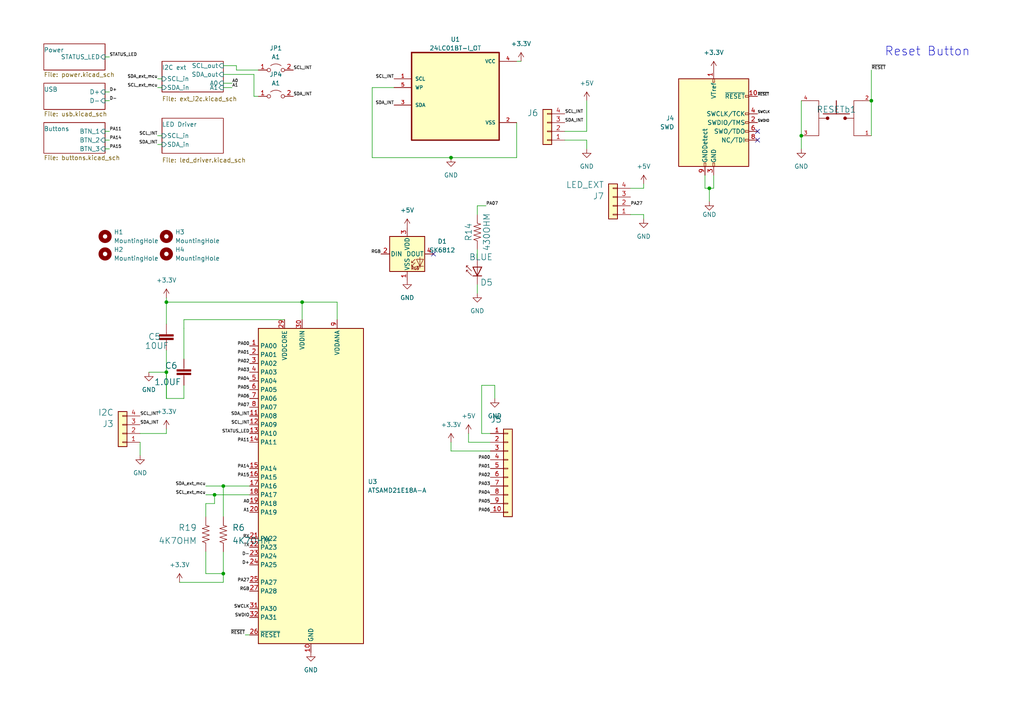
<source format=kicad_sch>
(kicad_sch
	(version 20231120)
	(generator "eeschema")
	(generator_version "8.0")
	(uuid "b7df49f9-2249-4c59-91c1-22f2b0733f01")
	(paper "A4")
	(lib_symbols
		(symbol "24LC01BT-I_OT:24LC01BT-I_OT"
			(pin_names
				(offset 1.016)
			)
			(exclude_from_sim no)
			(in_bom yes)
			(on_board yes)
			(property "Reference" "U"
				(at -12.7 13.6906 0)
				(effects
					(font
						(size 1.27 1.27)
					)
					(justify left bottom)
				)
			)
			(property "Value" "24LC01BT-I_OT"
				(at -12.7 -16.6878 0)
				(effects
					(font
						(size 1.27 1.27)
					)
					(justify left bottom)
				)
			)
			(property "Footprint" "SnapEDA Library:SOT95P280X145-5N"
				(at 0 0 0)
				(effects
					(font
						(size 1.27 1.27)
					)
					(justify left bottom)
					(hide yes)
				)
			)
			(property "Datasheet" ""
				(at 0 0 0)
				(effects
					(font
						(size 1.27 1.27)
					)
					(justify left bottom)
					(hide yes)
				)
			)
			(property "Description" ""
				(at 0 0 0)
				(effects
					(font
						(size 1.27 1.27)
					)
					(hide yes)
				)
			)
			(property "ki_locked" ""
				(at 0 0 0)
				(effects
					(font
						(size 1.27 1.27)
					)
				)
			)
			(symbol "24LC01BT-I_OT_0_0"
				(rectangle
					(start -12.7 -12.7)
					(end 12.7 12.7)
					(stroke
						(width 0.4064)
						(type solid)
					)
					(fill
						(type background)
					)
				)
				(pin input line
					(at -17.78 5.08 0)
					(length 5.08)
					(name "SCL"
						(effects
							(font
								(size 1.016 1.016)
							)
						)
					)
					(number "1"
						(effects
							(font
								(size 1.016 1.016)
							)
						)
					)
				)
				(pin power_in line
					(at 17.78 -7.62 180)
					(length 5.08)
					(name "VSS"
						(effects
							(font
								(size 1.016 1.016)
							)
						)
					)
					(number "2"
						(effects
							(font
								(size 1.016 1.016)
							)
						)
					)
				)
				(pin bidirectional line
					(at -17.78 -2.54 0)
					(length 5.08)
					(name "SDA"
						(effects
							(font
								(size 1.016 1.016)
							)
						)
					)
					(number "3"
						(effects
							(font
								(size 1.016 1.016)
							)
						)
					)
				)
				(pin power_in line
					(at 17.78 10.16 180)
					(length 5.08)
					(name "VCC"
						(effects
							(font
								(size 1.016 1.016)
							)
						)
					)
					(number "4"
						(effects
							(font
								(size 1.016 1.016)
							)
						)
					)
				)
				(pin input line
					(at -17.78 2.54 0)
					(length 5.08)
					(name "WP"
						(effects
							(font
								(size 1.016 1.016)
							)
						)
					)
					(number "5"
						(effects
							(font
								(size 1.016 1.016)
							)
						)
					)
				)
			)
		)
		(symbol "Connector:Conn_ARM_JTAG_SWD_10"
			(pin_names
				(offset 1.016)
			)
			(exclude_from_sim no)
			(in_bom yes)
			(on_board yes)
			(property "Reference" "J"
				(at -2.54 16.51 0)
				(effects
					(font
						(size 1.27 1.27)
					)
					(justify right)
				)
			)
			(property "Value" "Conn_ARM_JTAG_SWD_10"
				(at -2.54 13.97 0)
				(effects
					(font
						(size 1.27 1.27)
					)
					(justify right bottom)
				)
			)
			(property "Footprint" ""
				(at 0 0 0)
				(effects
					(font
						(size 1.27 1.27)
					)
					(hide yes)
				)
			)
			(property "Datasheet" "http://infocenter.arm.com/help/topic/com.arm.doc.ddi0314h/DDI0314H_coresight_components_trm.pdf"
				(at -8.89 -31.75 90)
				(effects
					(font
						(size 1.27 1.27)
					)
					(hide yes)
				)
			)
			(property "Description" "Cortex Debug Connector, standard ARM Cortex-M SWD and JTAG interface"
				(at 0 0 0)
				(effects
					(font
						(size 1.27 1.27)
					)
					(hide yes)
				)
			)
			(property "ki_keywords" "Cortex Debug Connector ARM SWD JTAG"
				(at 0 0 0)
				(effects
					(font
						(size 1.27 1.27)
					)
					(hide yes)
				)
			)
			(property "ki_fp_filters" "PinHeader?2x05?P1.27mm*"
				(at 0 0 0)
				(effects
					(font
						(size 1.27 1.27)
					)
					(hide yes)
				)
			)
			(symbol "Conn_ARM_JTAG_SWD_10_0_1"
				(rectangle
					(start -10.16 12.7)
					(end 10.16 -12.7)
					(stroke
						(width 0.254)
						(type default)
					)
					(fill
						(type background)
					)
				)
				(rectangle
					(start -2.794 -12.7)
					(end -2.286 -11.684)
					(stroke
						(width 0)
						(type default)
					)
					(fill
						(type none)
					)
				)
				(rectangle
					(start -0.254 -12.7)
					(end 0.254 -11.684)
					(stroke
						(width 0)
						(type default)
					)
					(fill
						(type none)
					)
				)
				(rectangle
					(start -0.254 12.7)
					(end 0.254 11.684)
					(stroke
						(width 0)
						(type default)
					)
					(fill
						(type none)
					)
				)
				(rectangle
					(start 9.144 2.286)
					(end 10.16 2.794)
					(stroke
						(width 0)
						(type default)
					)
					(fill
						(type none)
					)
				)
				(rectangle
					(start 10.16 -2.794)
					(end 9.144 -2.286)
					(stroke
						(width 0)
						(type default)
					)
					(fill
						(type none)
					)
				)
				(rectangle
					(start 10.16 -0.254)
					(end 9.144 0.254)
					(stroke
						(width 0)
						(type default)
					)
					(fill
						(type none)
					)
				)
				(rectangle
					(start 10.16 7.874)
					(end 9.144 7.366)
					(stroke
						(width 0)
						(type default)
					)
					(fill
						(type none)
					)
				)
			)
			(symbol "Conn_ARM_JTAG_SWD_10_1_1"
				(rectangle
					(start 9.144 -5.334)
					(end 10.16 -4.826)
					(stroke
						(width 0)
						(type default)
					)
					(fill
						(type none)
					)
				)
				(pin power_in line
					(at 0 15.24 270)
					(length 2.54)
					(name "VTref"
						(effects
							(font
								(size 1.27 1.27)
							)
						)
					)
					(number "1"
						(effects
							(font
								(size 1.27 1.27)
							)
						)
					)
				)
				(pin open_collector line
					(at 12.7 7.62 180)
					(length 2.54)
					(name "~{RESET}"
						(effects
							(font
								(size 1.27 1.27)
							)
						)
					)
					(number "10"
						(effects
							(font
								(size 1.27 1.27)
							)
						)
					)
				)
				(pin bidirectional line
					(at 12.7 0 180)
					(length 2.54)
					(name "SWDIO/TMS"
						(effects
							(font
								(size 1.27 1.27)
							)
						)
					)
					(number "2"
						(effects
							(font
								(size 1.27 1.27)
							)
						)
					)
				)
				(pin power_in line
					(at 0 -15.24 90)
					(length 2.54)
					(name "GND"
						(effects
							(font
								(size 1.27 1.27)
							)
						)
					)
					(number "3"
						(effects
							(font
								(size 1.27 1.27)
							)
						)
					)
				)
				(pin output line
					(at 12.7 2.54 180)
					(length 2.54)
					(name "SWCLK/TCK"
						(effects
							(font
								(size 1.27 1.27)
							)
						)
					)
					(number "4"
						(effects
							(font
								(size 1.27 1.27)
							)
						)
					)
				)
				(pin passive line
					(at 0 -15.24 90)
					(length 2.54) hide
					(name "GND"
						(effects
							(font
								(size 1.27 1.27)
							)
						)
					)
					(number "5"
						(effects
							(font
								(size 1.27 1.27)
							)
						)
					)
				)
				(pin input line
					(at 12.7 -2.54 180)
					(length 2.54)
					(name "SWO/TDO"
						(effects
							(font
								(size 1.27 1.27)
							)
						)
					)
					(number "6"
						(effects
							(font
								(size 1.27 1.27)
							)
						)
					)
				)
				(pin no_connect line
					(at -10.16 0 0)
					(length 2.54) hide
					(name "KEY"
						(effects
							(font
								(size 1.27 1.27)
							)
						)
					)
					(number "7"
						(effects
							(font
								(size 1.27 1.27)
							)
						)
					)
				)
				(pin output line
					(at 12.7 -5.08 180)
					(length 2.54)
					(name "NC/TDI"
						(effects
							(font
								(size 1.27 1.27)
							)
						)
					)
					(number "8"
						(effects
							(font
								(size 1.27 1.27)
							)
						)
					)
				)
				(pin passive line
					(at -2.54 -15.24 90)
					(length 2.54)
					(name "GNDDetect"
						(effects
							(font
								(size 1.27 1.27)
							)
						)
					)
					(number "9"
						(effects
							(font
								(size 1.27 1.27)
							)
						)
					)
				)
			)
		)
		(symbol "Connector_Generic:Conn_01x04"
			(pin_names
				(offset 1.016) hide)
			(exclude_from_sim no)
			(in_bom yes)
			(on_board yes)
			(property "Reference" "J"
				(at 0 5.08 0)
				(effects
					(font
						(size 1.27 1.27)
					)
				)
			)
			(property "Value" "Conn_01x04"
				(at 0 -7.62 0)
				(effects
					(font
						(size 1.27 1.27)
					)
				)
			)
			(property "Footprint" ""
				(at 0 0 0)
				(effects
					(font
						(size 1.27 1.27)
					)
					(hide yes)
				)
			)
			(property "Datasheet" "~"
				(at 0 0 0)
				(effects
					(font
						(size 1.27 1.27)
					)
					(hide yes)
				)
			)
			(property "Description" "Generic connector, single row, 01x04, script generated (kicad-library-utils/schlib/autogen/connector/)"
				(at 0 0 0)
				(effects
					(font
						(size 1.27 1.27)
					)
					(hide yes)
				)
			)
			(property "ki_keywords" "connector"
				(at 0 0 0)
				(effects
					(font
						(size 1.27 1.27)
					)
					(hide yes)
				)
			)
			(property "ki_fp_filters" "Connector*:*_1x??_*"
				(at 0 0 0)
				(effects
					(font
						(size 1.27 1.27)
					)
					(hide yes)
				)
			)
			(symbol "Conn_01x04_1_1"
				(rectangle
					(start -1.27 -4.953)
					(end 0 -5.207)
					(stroke
						(width 0.1524)
						(type default)
					)
					(fill
						(type none)
					)
				)
				(rectangle
					(start -1.27 -2.413)
					(end 0 -2.667)
					(stroke
						(width 0.1524)
						(type default)
					)
					(fill
						(type none)
					)
				)
				(rectangle
					(start -1.27 0.127)
					(end 0 -0.127)
					(stroke
						(width 0.1524)
						(type default)
					)
					(fill
						(type none)
					)
				)
				(rectangle
					(start -1.27 2.667)
					(end 0 2.413)
					(stroke
						(width 0.1524)
						(type default)
					)
					(fill
						(type none)
					)
				)
				(rectangle
					(start -1.27 3.81)
					(end 1.27 -6.35)
					(stroke
						(width 0.254)
						(type default)
					)
					(fill
						(type background)
					)
				)
				(pin passive line
					(at -5.08 2.54 0)
					(length 3.81)
					(name "Pin_1"
						(effects
							(font
								(size 1.27 1.27)
							)
						)
					)
					(number "1"
						(effects
							(font
								(size 1.27 1.27)
							)
						)
					)
				)
				(pin passive line
					(at -5.08 0 0)
					(length 3.81)
					(name "Pin_2"
						(effects
							(font
								(size 1.27 1.27)
							)
						)
					)
					(number "2"
						(effects
							(font
								(size 1.27 1.27)
							)
						)
					)
				)
				(pin passive line
					(at -5.08 -2.54 0)
					(length 3.81)
					(name "Pin_3"
						(effects
							(font
								(size 1.27 1.27)
							)
						)
					)
					(number "3"
						(effects
							(font
								(size 1.27 1.27)
							)
						)
					)
				)
				(pin passive line
					(at -5.08 -5.08 0)
					(length 3.81)
					(name "Pin_4"
						(effects
							(font
								(size 1.27 1.27)
							)
						)
					)
					(number "4"
						(effects
							(font
								(size 1.27 1.27)
							)
						)
					)
				)
			)
		)
		(symbol "Connector_Generic:Conn_01x10"
			(pin_names
				(offset 1.016) hide)
			(exclude_from_sim no)
			(in_bom yes)
			(on_board yes)
			(property "Reference" "J"
				(at 0 12.7 0)
				(effects
					(font
						(size 1.27 1.27)
					)
				)
			)
			(property "Value" "Conn_01x10"
				(at 0 -15.24 0)
				(effects
					(font
						(size 1.27 1.27)
					)
				)
			)
			(property "Footprint" ""
				(at 0 0 0)
				(effects
					(font
						(size 1.27 1.27)
					)
					(hide yes)
				)
			)
			(property "Datasheet" "~"
				(at 0 0 0)
				(effects
					(font
						(size 1.27 1.27)
					)
					(hide yes)
				)
			)
			(property "Description" "Generic connector, single row, 01x10, script generated (kicad-library-utils/schlib/autogen/connector/)"
				(at 0 0 0)
				(effects
					(font
						(size 1.27 1.27)
					)
					(hide yes)
				)
			)
			(property "ki_keywords" "connector"
				(at 0 0 0)
				(effects
					(font
						(size 1.27 1.27)
					)
					(hide yes)
				)
			)
			(property "ki_fp_filters" "Connector*:*_1x??_*"
				(at 0 0 0)
				(effects
					(font
						(size 1.27 1.27)
					)
					(hide yes)
				)
			)
			(symbol "Conn_01x10_1_1"
				(rectangle
					(start -1.27 -12.573)
					(end 0 -12.827)
					(stroke
						(width 0.1524)
						(type default)
					)
					(fill
						(type none)
					)
				)
				(rectangle
					(start -1.27 -10.033)
					(end 0 -10.287)
					(stroke
						(width 0.1524)
						(type default)
					)
					(fill
						(type none)
					)
				)
				(rectangle
					(start -1.27 -7.493)
					(end 0 -7.747)
					(stroke
						(width 0.1524)
						(type default)
					)
					(fill
						(type none)
					)
				)
				(rectangle
					(start -1.27 -4.953)
					(end 0 -5.207)
					(stroke
						(width 0.1524)
						(type default)
					)
					(fill
						(type none)
					)
				)
				(rectangle
					(start -1.27 -2.413)
					(end 0 -2.667)
					(stroke
						(width 0.1524)
						(type default)
					)
					(fill
						(type none)
					)
				)
				(rectangle
					(start -1.27 0.127)
					(end 0 -0.127)
					(stroke
						(width 0.1524)
						(type default)
					)
					(fill
						(type none)
					)
				)
				(rectangle
					(start -1.27 2.667)
					(end 0 2.413)
					(stroke
						(width 0.1524)
						(type default)
					)
					(fill
						(type none)
					)
				)
				(rectangle
					(start -1.27 5.207)
					(end 0 4.953)
					(stroke
						(width 0.1524)
						(type default)
					)
					(fill
						(type none)
					)
				)
				(rectangle
					(start -1.27 7.747)
					(end 0 7.493)
					(stroke
						(width 0.1524)
						(type default)
					)
					(fill
						(type none)
					)
				)
				(rectangle
					(start -1.27 10.287)
					(end 0 10.033)
					(stroke
						(width 0.1524)
						(type default)
					)
					(fill
						(type none)
					)
				)
				(rectangle
					(start -1.27 11.43)
					(end 1.27 -13.97)
					(stroke
						(width 0.254)
						(type default)
					)
					(fill
						(type background)
					)
				)
				(pin passive line
					(at -5.08 10.16 0)
					(length 3.81)
					(name "Pin_1"
						(effects
							(font
								(size 1.27 1.27)
							)
						)
					)
					(number "1"
						(effects
							(font
								(size 1.27 1.27)
							)
						)
					)
				)
				(pin passive line
					(at -5.08 -12.7 0)
					(length 3.81)
					(name "Pin_10"
						(effects
							(font
								(size 1.27 1.27)
							)
						)
					)
					(number "10"
						(effects
							(font
								(size 1.27 1.27)
							)
						)
					)
				)
				(pin passive line
					(at -5.08 7.62 0)
					(length 3.81)
					(name "Pin_2"
						(effects
							(font
								(size 1.27 1.27)
							)
						)
					)
					(number "2"
						(effects
							(font
								(size 1.27 1.27)
							)
						)
					)
				)
				(pin passive line
					(at -5.08 5.08 0)
					(length 3.81)
					(name "Pin_3"
						(effects
							(font
								(size 1.27 1.27)
							)
						)
					)
					(number "3"
						(effects
							(font
								(size 1.27 1.27)
							)
						)
					)
				)
				(pin passive line
					(at -5.08 2.54 0)
					(length 3.81)
					(name "Pin_4"
						(effects
							(font
								(size 1.27 1.27)
							)
						)
					)
					(number "4"
						(effects
							(font
								(size 1.27 1.27)
							)
						)
					)
				)
				(pin passive line
					(at -5.08 0 0)
					(length 3.81)
					(name "Pin_5"
						(effects
							(font
								(size 1.27 1.27)
							)
						)
					)
					(number "5"
						(effects
							(font
								(size 1.27 1.27)
							)
						)
					)
				)
				(pin passive line
					(at -5.08 -2.54 0)
					(length 3.81)
					(name "Pin_6"
						(effects
							(font
								(size 1.27 1.27)
							)
						)
					)
					(number "6"
						(effects
							(font
								(size 1.27 1.27)
							)
						)
					)
				)
				(pin passive line
					(at -5.08 -5.08 0)
					(length 3.81)
					(name "Pin_7"
						(effects
							(font
								(size 1.27 1.27)
							)
						)
					)
					(number "7"
						(effects
							(font
								(size 1.27 1.27)
							)
						)
					)
				)
				(pin passive line
					(at -5.08 -7.62 0)
					(length 3.81)
					(name "Pin_8"
						(effects
							(font
								(size 1.27 1.27)
							)
						)
					)
					(number "8"
						(effects
							(font
								(size 1.27 1.27)
							)
						)
					)
				)
				(pin passive line
					(at -5.08 -10.16 0)
					(length 3.81)
					(name "Pin_9"
						(effects
							(font
								(size 1.27 1.27)
							)
						)
					)
					(number "9"
						(effects
							(font
								(size 1.27 1.27)
							)
						)
					)
				)
			)
		)
		(symbol "Jumper:Jumper_2_Open"
			(pin_names
				(offset 0) hide)
			(exclude_from_sim no)
			(in_bom yes)
			(on_board yes)
			(property "Reference" "JP"
				(at 0 2.794 0)
				(effects
					(font
						(size 1.27 1.27)
					)
				)
			)
			(property "Value" "Jumper_2_Open"
				(at 0 -2.286 0)
				(effects
					(font
						(size 1.27 1.27)
					)
				)
			)
			(property "Footprint" ""
				(at 0 0 0)
				(effects
					(font
						(size 1.27 1.27)
					)
					(hide yes)
				)
			)
			(property "Datasheet" "~"
				(at 0 0 0)
				(effects
					(font
						(size 1.27 1.27)
					)
					(hide yes)
				)
			)
			(property "Description" "Jumper, 2-pole, open"
				(at 0 0 0)
				(effects
					(font
						(size 1.27 1.27)
					)
					(hide yes)
				)
			)
			(property "ki_keywords" "Jumper SPST"
				(at 0 0 0)
				(effects
					(font
						(size 1.27 1.27)
					)
					(hide yes)
				)
			)
			(property "ki_fp_filters" "Jumper* TestPoint*2Pads* TestPoint*Bridge*"
				(at 0 0 0)
				(effects
					(font
						(size 1.27 1.27)
					)
					(hide yes)
				)
			)
			(symbol "Jumper_2_Open_0_0"
				(circle
					(center -2.032 0)
					(radius 0.508)
					(stroke
						(width 0)
						(type default)
					)
					(fill
						(type none)
					)
				)
				(circle
					(center 2.032 0)
					(radius 0.508)
					(stroke
						(width 0)
						(type default)
					)
					(fill
						(type none)
					)
				)
			)
			(symbol "Jumper_2_Open_0_1"
				(arc
					(start 1.524 1.27)
					(mid 0 1.778)
					(end -1.524 1.27)
					(stroke
						(width 0)
						(type default)
					)
					(fill
						(type none)
					)
				)
			)
			(symbol "Jumper_2_Open_1_1"
				(pin passive line
					(at -5.08 0 0)
					(length 2.54)
					(name "A"
						(effects
							(font
								(size 1.27 1.27)
							)
						)
					)
					(number "1"
						(effects
							(font
								(size 1.27 1.27)
							)
						)
					)
				)
				(pin passive line
					(at 5.08 0 180)
					(length 2.54)
					(name "B"
						(effects
							(font
								(size 1.27 1.27)
							)
						)
					)
					(number "2"
						(effects
							(font
								(size 1.27 1.27)
							)
						)
					)
				)
			)
		)
		(symbol "LED:LD271"
			(pin_numbers hide)
			(pin_names
				(offset 1.016) hide)
			(exclude_from_sim no)
			(in_bom yes)
			(on_board yes)
			(property "Reference" "D"
				(at 0.508 1.778 0)
				(effects
					(font
						(size 1.27 1.27)
					)
					(justify left)
				)
			)
			(property "Value" "LD271"
				(at -1.016 -2.794 0)
				(effects
					(font
						(size 1.27 1.27)
					)
				)
			)
			(property "Footprint" "LED_THT:LED_D5.0mm_IRGrey"
				(at 0 4.445 0)
				(effects
					(font
						(size 1.27 1.27)
					)
					(hide yes)
				)
			)
			(property "Datasheet" "http://www.alliedelec.com/m/d/40788c34903a719969df15f1fbea1056.pdf"
				(at -1.27 0 0)
				(effects
					(font
						(size 1.27 1.27)
					)
					(hide yes)
				)
			)
			(property "Description" "940nm IR-LED, 5mm"
				(at 0 0 0)
				(effects
					(font
						(size 1.27 1.27)
					)
					(hide yes)
				)
			)
			(property "ki_keywords" "IR LED"
				(at 0 0 0)
				(effects
					(font
						(size 1.27 1.27)
					)
					(hide yes)
				)
			)
			(property "ki_fp_filters" "LED*5.0mm*IRGrey*"
				(at 0 0 0)
				(effects
					(font
						(size 1.27 1.27)
					)
					(hide yes)
				)
			)
			(symbol "LD271_0_1"
				(polyline
					(pts
						(xy -2.54 1.27) (xy -2.54 -1.27)
					)
					(stroke
						(width 0.254)
						(type default)
					)
					(fill
						(type none)
					)
				)
				(polyline
					(pts
						(xy 0 0) (xy -2.54 0)
					)
					(stroke
						(width 0)
						(type default)
					)
					(fill
						(type none)
					)
				)
				(polyline
					(pts
						(xy 0.381 3.175) (xy -0.127 3.175)
					)
					(stroke
						(width 0)
						(type default)
					)
					(fill
						(type none)
					)
				)
				(polyline
					(pts
						(xy -1.143 1.651) (xy 0.381 3.175) (xy 0.381 2.667)
					)
					(stroke
						(width 0)
						(type default)
					)
					(fill
						(type none)
					)
				)
				(polyline
					(pts
						(xy 0 -1.27) (xy -2.54 0) (xy 0 1.27) (xy 0 -1.27)
					)
					(stroke
						(width 0.254)
						(type default)
					)
					(fill
						(type none)
					)
				)
				(polyline
					(pts
						(xy -2.413 1.651) (xy -0.889 3.175) (xy -0.889 2.667) (xy -0.889 3.175) (xy -1.397 3.175)
					)
					(stroke
						(width 0)
						(type default)
					)
					(fill
						(type none)
					)
				)
			)
			(symbol "LD271_1_1"
				(pin passive line
					(at -5.08 0 0)
					(length 2.54)
					(name "K"
						(effects
							(font
								(size 1.27 1.27)
							)
						)
					)
					(number "1"
						(effects
							(font
								(size 1.27 1.27)
							)
						)
					)
				)
				(pin passive line
					(at 2.54 0 180)
					(length 2.54)
					(name "A"
						(effects
							(font
								(size 1.27 1.27)
							)
						)
					)
					(number "2"
						(effects
							(font
								(size 1.27 1.27)
							)
						)
					)
				)
			)
		)
		(symbol "LED:SK6812"
			(pin_names
				(offset 0.254)
			)
			(exclude_from_sim no)
			(in_bom yes)
			(on_board yes)
			(property "Reference" "D"
				(at 5.08 5.715 0)
				(effects
					(font
						(size 1.27 1.27)
					)
					(justify right bottom)
				)
			)
			(property "Value" "SK6812"
				(at 1.27 -5.715 0)
				(effects
					(font
						(size 1.27 1.27)
					)
					(justify left top)
				)
			)
			(property "Footprint" "LED_SMD:LED_SK6812_PLCC4_5.0x5.0mm_P3.2mm"
				(at 1.27 -7.62 0)
				(effects
					(font
						(size 1.27 1.27)
					)
					(justify left top)
					(hide yes)
				)
			)
			(property "Datasheet" "https://cdn-shop.adafruit.com/product-files/1138/SK6812+LED+datasheet+.pdf"
				(at 2.54 -9.525 0)
				(effects
					(font
						(size 1.27 1.27)
					)
					(justify left top)
					(hide yes)
				)
			)
			(property "Description" "RGB LED with integrated controller"
				(at 0 0 0)
				(effects
					(font
						(size 1.27 1.27)
					)
					(hide yes)
				)
			)
			(property "ki_keywords" "RGB LED NeoPixel addressable"
				(at 0 0 0)
				(effects
					(font
						(size 1.27 1.27)
					)
					(hide yes)
				)
			)
			(property "ki_fp_filters" "LED*SK6812*PLCC*5.0x5.0mm*P3.2mm*"
				(at 0 0 0)
				(effects
					(font
						(size 1.27 1.27)
					)
					(hide yes)
				)
			)
			(symbol "SK6812_0_0"
				(text "RGB"
					(at 2.286 -4.191 0)
					(effects
						(font
							(size 0.762 0.762)
						)
					)
				)
			)
			(symbol "SK6812_0_1"
				(polyline
					(pts
						(xy 1.27 -3.556) (xy 1.778 -3.556)
					)
					(stroke
						(width 0)
						(type default)
					)
					(fill
						(type none)
					)
				)
				(polyline
					(pts
						(xy 1.27 -2.54) (xy 1.778 -2.54)
					)
					(stroke
						(width 0)
						(type default)
					)
					(fill
						(type none)
					)
				)
				(polyline
					(pts
						(xy 4.699 -3.556) (xy 2.667 -3.556)
					)
					(stroke
						(width 0)
						(type default)
					)
					(fill
						(type none)
					)
				)
				(polyline
					(pts
						(xy 2.286 -2.54) (xy 1.27 -3.556) (xy 1.27 -3.048)
					)
					(stroke
						(width 0)
						(type default)
					)
					(fill
						(type none)
					)
				)
				(polyline
					(pts
						(xy 2.286 -1.524) (xy 1.27 -2.54) (xy 1.27 -2.032)
					)
					(stroke
						(width 0)
						(type default)
					)
					(fill
						(type none)
					)
				)
				(polyline
					(pts
						(xy 3.683 -1.016) (xy 3.683 -3.556) (xy 3.683 -4.064)
					)
					(stroke
						(width 0)
						(type default)
					)
					(fill
						(type none)
					)
				)
				(polyline
					(pts
						(xy 4.699 -1.524) (xy 2.667 -1.524) (xy 3.683 -3.556) (xy 4.699 -1.524)
					)
					(stroke
						(width 0)
						(type default)
					)
					(fill
						(type none)
					)
				)
				(rectangle
					(start 5.08 5.08)
					(end -5.08 -5.08)
					(stroke
						(width 0.254)
						(type default)
					)
					(fill
						(type background)
					)
				)
			)
			(symbol "SK6812_1_1"
				(pin power_in line
					(at 0 -7.62 90)
					(length 2.54)
					(name "VSS"
						(effects
							(font
								(size 1.27 1.27)
							)
						)
					)
					(number "1"
						(effects
							(font
								(size 1.27 1.27)
							)
						)
					)
				)
				(pin input line
					(at -7.62 0 0)
					(length 2.54)
					(name "DIN"
						(effects
							(font
								(size 1.27 1.27)
							)
						)
					)
					(number "2"
						(effects
							(font
								(size 1.27 1.27)
							)
						)
					)
				)
				(pin power_in line
					(at 0 7.62 270)
					(length 2.54)
					(name "VDD"
						(effects
							(font
								(size 1.27 1.27)
							)
						)
					)
					(number "3"
						(effects
							(font
								(size 1.27 1.27)
							)
						)
					)
				)
				(pin output line
					(at 7.62 0 180)
					(length 2.54)
					(name "DOUT"
						(effects
							(font
								(size 1.27 1.27)
							)
						)
					)
					(number "4"
						(effects
							(font
								(size 1.27 1.27)
							)
						)
					)
				)
			)
		)
		(symbol "MCU_Microchip_SAMD:ATSAMD21E18A-A"
			(exclude_from_sim no)
			(in_bom yes)
			(on_board yes)
			(property "Reference" "U"
				(at -13.97 46.99 0)
				(effects
					(font
						(size 1.27 1.27)
					)
				)
			)
			(property "Value" "ATSAMD21E18A-A"
				(at 16.51 46.99 0)
				(effects
					(font
						(size 1.27 1.27)
					)
				)
			)
			(property "Footprint" "Package_QFP:TQFP-32_7x7mm_P0.8mm"
				(at 22.86 -46.99 0)
				(effects
					(font
						(size 1.27 1.27)
					)
					(hide yes)
				)
			)
			(property "Datasheet" "http://ww1.microchip.com/downloads/en/DeviceDoc/SAM_D21_DA1_Family_Data%20Sheet_DS40001882E.pdf"
				(at 0 0 0)
				(effects
					(font
						(size 1.27 1.27)
					)
					(hide yes)
				)
			)
			(property "Description" "SAM D21 Microchip SMART ARM-based Flash MCU, 48Mhz, 256K Flash, 32K SRAM, TQFP-32"
				(at 0 0 0)
				(effects
					(font
						(size 1.27 1.27)
					)
					(hide yes)
				)
			)
			(property "ki_keywords" "32-bit ARM Cortex-M0+ MCU Microcontroller"
				(at 0 0 0)
				(effects
					(font
						(size 1.27 1.27)
					)
					(hide yes)
				)
			)
			(property "ki_fp_filters" "TQFP*7x7mm*P0.8mm*"
				(at 0 0 0)
				(effects
					(font
						(size 1.27 1.27)
					)
					(hide yes)
				)
			)
			(symbol "ATSAMD21E18A-A_1_1"
				(rectangle
					(start -15.24 45.72)
					(end 15.24 -45.72)
					(stroke
						(width 0.254)
						(type default)
					)
					(fill
						(type background)
					)
				)
				(pin bidirectional line
					(at -17.78 40.64 0)
					(length 2.54)
					(name "PA00"
						(effects
							(font
								(size 1.27 1.27)
							)
						)
					)
					(number "1"
						(effects
							(font
								(size 1.27 1.27)
							)
						)
					)
				)
				(pin power_in line
					(at 0 -48.26 90)
					(length 2.54)
					(name "GND"
						(effects
							(font
								(size 1.27 1.27)
							)
						)
					)
					(number "10"
						(effects
							(font
								(size 1.27 1.27)
							)
						)
					)
				)
				(pin bidirectional line
					(at -17.78 20.32 0)
					(length 2.54)
					(name "PA08"
						(effects
							(font
								(size 1.27 1.27)
							)
						)
					)
					(number "11"
						(effects
							(font
								(size 1.27 1.27)
							)
						)
					)
				)
				(pin bidirectional line
					(at -17.78 17.78 0)
					(length 2.54)
					(name "PA09"
						(effects
							(font
								(size 1.27 1.27)
							)
						)
					)
					(number "12"
						(effects
							(font
								(size 1.27 1.27)
							)
						)
					)
				)
				(pin bidirectional line
					(at -17.78 15.24 0)
					(length 2.54)
					(name "PA10"
						(effects
							(font
								(size 1.27 1.27)
							)
						)
					)
					(number "13"
						(effects
							(font
								(size 1.27 1.27)
							)
						)
					)
				)
				(pin bidirectional line
					(at -17.78 12.7 0)
					(length 2.54)
					(name "PA11"
						(effects
							(font
								(size 1.27 1.27)
							)
						)
					)
					(number "14"
						(effects
							(font
								(size 1.27 1.27)
							)
						)
					)
				)
				(pin bidirectional line
					(at -17.78 5.08 0)
					(length 2.54)
					(name "PA14"
						(effects
							(font
								(size 1.27 1.27)
							)
						)
					)
					(number "15"
						(effects
							(font
								(size 1.27 1.27)
							)
						)
					)
				)
				(pin bidirectional line
					(at -17.78 2.54 0)
					(length 2.54)
					(name "PA15"
						(effects
							(font
								(size 1.27 1.27)
							)
						)
					)
					(number "16"
						(effects
							(font
								(size 1.27 1.27)
							)
						)
					)
				)
				(pin bidirectional line
					(at -17.78 0 0)
					(length 2.54)
					(name "PA16"
						(effects
							(font
								(size 1.27 1.27)
							)
						)
					)
					(number "17"
						(effects
							(font
								(size 1.27 1.27)
							)
						)
					)
				)
				(pin bidirectional line
					(at -17.78 -2.54 0)
					(length 2.54)
					(name "PA17"
						(effects
							(font
								(size 1.27 1.27)
							)
						)
					)
					(number "18"
						(effects
							(font
								(size 1.27 1.27)
							)
						)
					)
				)
				(pin bidirectional line
					(at -17.78 -5.08 0)
					(length 2.54)
					(name "PA18"
						(effects
							(font
								(size 1.27 1.27)
							)
						)
					)
					(number "19"
						(effects
							(font
								(size 1.27 1.27)
							)
						)
					)
				)
				(pin bidirectional line
					(at -17.78 38.1 0)
					(length 2.54)
					(name "PA01"
						(effects
							(font
								(size 1.27 1.27)
							)
						)
					)
					(number "2"
						(effects
							(font
								(size 1.27 1.27)
							)
						)
					)
				)
				(pin bidirectional line
					(at -17.78 -7.62 0)
					(length 2.54)
					(name "PA19"
						(effects
							(font
								(size 1.27 1.27)
							)
						)
					)
					(number "20"
						(effects
							(font
								(size 1.27 1.27)
							)
						)
					)
				)
				(pin bidirectional line
					(at -17.78 -15.24 0)
					(length 2.54)
					(name "PA22"
						(effects
							(font
								(size 1.27 1.27)
							)
						)
					)
					(number "21"
						(effects
							(font
								(size 1.27 1.27)
							)
						)
					)
				)
				(pin bidirectional line
					(at -17.78 -17.78 0)
					(length 2.54)
					(name "PA23"
						(effects
							(font
								(size 1.27 1.27)
							)
						)
					)
					(number "22"
						(effects
							(font
								(size 1.27 1.27)
							)
						)
					)
				)
				(pin bidirectional line
					(at -17.78 -20.32 0)
					(length 2.54)
					(name "PA24"
						(effects
							(font
								(size 1.27 1.27)
							)
						)
					)
					(number "23"
						(effects
							(font
								(size 1.27 1.27)
							)
						)
					)
				)
				(pin bidirectional line
					(at -17.78 -22.86 0)
					(length 2.54)
					(name "PA25"
						(effects
							(font
								(size 1.27 1.27)
							)
						)
					)
					(number "24"
						(effects
							(font
								(size 1.27 1.27)
							)
						)
					)
				)
				(pin bidirectional line
					(at -17.78 -27.94 0)
					(length 2.54)
					(name "PA27"
						(effects
							(font
								(size 1.27 1.27)
							)
						)
					)
					(number "25"
						(effects
							(font
								(size 1.27 1.27)
							)
						)
					)
				)
				(pin input line
					(at -17.78 -43.18 0)
					(length 2.54)
					(name "~{RESET}"
						(effects
							(font
								(size 1.27 1.27)
							)
						)
					)
					(number "26"
						(effects
							(font
								(size 1.27 1.27)
							)
						)
					)
				)
				(pin bidirectional line
					(at -17.78 -30.48 0)
					(length 2.54)
					(name "PA28"
						(effects
							(font
								(size 1.27 1.27)
							)
						)
					)
					(number "27"
						(effects
							(font
								(size 1.27 1.27)
							)
						)
					)
				)
				(pin passive line
					(at 0 -48.26 90)
					(length 2.54) hide
					(name "GND"
						(effects
							(font
								(size 1.27 1.27)
							)
						)
					)
					(number "28"
						(effects
							(font
								(size 1.27 1.27)
							)
						)
					)
				)
				(pin power_out line
					(at -7.62 48.26 270)
					(length 2.54)
					(name "VDDCORE"
						(effects
							(font
								(size 1.27 1.27)
							)
						)
					)
					(number "29"
						(effects
							(font
								(size 1.27 1.27)
							)
						)
					)
				)
				(pin bidirectional line
					(at -17.78 35.56 0)
					(length 2.54)
					(name "PA02"
						(effects
							(font
								(size 1.27 1.27)
							)
						)
					)
					(number "3"
						(effects
							(font
								(size 1.27 1.27)
							)
						)
					)
				)
				(pin power_in line
					(at -2.54 48.26 270)
					(length 2.54)
					(name "VDDIN"
						(effects
							(font
								(size 1.27 1.27)
							)
						)
					)
					(number "30"
						(effects
							(font
								(size 1.27 1.27)
							)
						)
					)
				)
				(pin bidirectional line
					(at -17.78 -35.56 0)
					(length 2.54)
					(name "PA30"
						(effects
							(font
								(size 1.27 1.27)
							)
						)
					)
					(number "31"
						(effects
							(font
								(size 1.27 1.27)
							)
						)
					)
				)
				(pin bidirectional line
					(at -17.78 -38.1 0)
					(length 2.54)
					(name "PA31"
						(effects
							(font
								(size 1.27 1.27)
							)
						)
					)
					(number "32"
						(effects
							(font
								(size 1.27 1.27)
							)
						)
					)
				)
				(pin bidirectional line
					(at -17.78 33.02 0)
					(length 2.54)
					(name "PA03"
						(effects
							(font
								(size 1.27 1.27)
							)
						)
					)
					(number "4"
						(effects
							(font
								(size 1.27 1.27)
							)
						)
					)
				)
				(pin bidirectional line
					(at -17.78 30.48 0)
					(length 2.54)
					(name "PA04"
						(effects
							(font
								(size 1.27 1.27)
							)
						)
					)
					(number "5"
						(effects
							(font
								(size 1.27 1.27)
							)
						)
					)
				)
				(pin bidirectional line
					(at -17.78 27.94 0)
					(length 2.54)
					(name "PA05"
						(effects
							(font
								(size 1.27 1.27)
							)
						)
					)
					(number "6"
						(effects
							(font
								(size 1.27 1.27)
							)
						)
					)
				)
				(pin bidirectional line
					(at -17.78 25.4 0)
					(length 2.54)
					(name "PA06"
						(effects
							(font
								(size 1.27 1.27)
							)
						)
					)
					(number "7"
						(effects
							(font
								(size 1.27 1.27)
							)
						)
					)
				)
				(pin bidirectional line
					(at -17.78 22.86 0)
					(length 2.54)
					(name "PA07"
						(effects
							(font
								(size 1.27 1.27)
							)
						)
					)
					(number "8"
						(effects
							(font
								(size 1.27 1.27)
							)
						)
					)
				)
				(pin power_in line
					(at 7.62 48.26 270)
					(length 2.54)
					(name "VDDANA"
						(effects
							(font
								(size 1.27 1.27)
							)
						)
					)
					(number "9"
						(effects
							(font
								(size 1.27 1.27)
							)
						)
					)
				)
			)
		)
		(symbol "Mechanical:MountingHole"
			(pin_names
				(offset 1.016)
			)
			(exclude_from_sim no)
			(in_bom yes)
			(on_board yes)
			(property "Reference" "H"
				(at 0 5.08 0)
				(effects
					(font
						(size 1.27 1.27)
					)
				)
			)
			(property "Value" "MountingHole"
				(at 0 3.175 0)
				(effects
					(font
						(size 1.27 1.27)
					)
				)
			)
			(property "Footprint" ""
				(at 0 0 0)
				(effects
					(font
						(size 1.27 1.27)
					)
					(hide yes)
				)
			)
			(property "Datasheet" "~"
				(at 0 0 0)
				(effects
					(font
						(size 1.27 1.27)
					)
					(hide yes)
				)
			)
			(property "Description" "Mounting Hole without connection"
				(at 0 0 0)
				(effects
					(font
						(size 1.27 1.27)
					)
					(hide yes)
				)
			)
			(property "ki_keywords" "mounting hole"
				(at 0 0 0)
				(effects
					(font
						(size 1.27 1.27)
					)
					(hide yes)
				)
			)
			(property "ki_fp_filters" "MountingHole*"
				(at 0 0 0)
				(effects
					(font
						(size 1.27 1.27)
					)
					(hide yes)
				)
			)
			(symbol "MountingHole_0_1"
				(circle
					(center 0 0)
					(radius 1.27)
					(stroke
						(width 1.27)
						(type default)
					)
					(fill
						(type none)
					)
				)
			)
		)
		(symbol "SparkFun_Qwiic_Micro_SAMD21E-eagle-import:1.0UF-0402-16V-10%"
			(exclude_from_sim no)
			(in_bom yes)
			(on_board yes)
			(property "Reference" "C"
				(at 1.524 2.921 0)
				(effects
					(font
						(size 1.778 1.778)
					)
					(justify left bottom)
				)
			)
			(property "Value" ""
				(at 1.524 -2.159 0)
				(effects
					(font
						(size 1.778 1.778)
					)
					(justify left bottom)
				)
			)
			(property "Footprint" "SparkFun_Qwiic_Micro_SAMD21E:0402"
				(at 0 0 0)
				(effects
					(font
						(size 1.27 1.27)
					)
					(hide yes)
				)
			)
			(property "Datasheet" ""
				(at 0 0 0)
				(effects
					(font
						(size 1.27 1.27)
					)
					(hide yes)
				)
			)
			(property "Description" ""
				(at 0 0 0)
				(effects
					(font
						(size 1.27 1.27)
					)
					(hide yes)
				)
			)
			(property "ki_locked" ""
				(at 0 0 0)
				(effects
					(font
						(size 1.27 1.27)
					)
				)
			)
			(symbol "1.0UF-0402-16V-10%_1_0"
				(rectangle
					(start -2.032 0.508)
					(end 2.032 1.016)
					(stroke
						(width 0)
						(type default)
					)
					(fill
						(type outline)
					)
				)
				(rectangle
					(start -2.032 1.524)
					(end 2.032 2.032)
					(stroke
						(width 0)
						(type default)
					)
					(fill
						(type outline)
					)
				)
				(polyline
					(pts
						(xy 0 0) (xy 0 0.508)
					)
					(stroke
						(width 0.1524)
						(type solid)
					)
					(fill
						(type none)
					)
				)
				(polyline
					(pts
						(xy 0 2.54) (xy 0 2.032)
					)
					(stroke
						(width 0.1524)
						(type solid)
					)
					(fill
						(type none)
					)
				)
				(pin passive line
					(at 0 5.08 270)
					(length 2.54)
					(name "1"
						(effects
							(font
								(size 0 0)
							)
						)
					)
					(number "1"
						(effects
							(font
								(size 0 0)
							)
						)
					)
				)
				(pin passive line
					(at 0 -2.54 90)
					(length 2.54)
					(name "2"
						(effects
							(font
								(size 0 0)
							)
						)
					)
					(number "2"
						(effects
							(font
								(size 0 0)
							)
						)
					)
				)
			)
		)
		(symbol "SparkFun_Qwiic_Micro_SAMD21E-eagle-import:10KOHM-0402-1/16W-1%"
			(exclude_from_sim no)
			(in_bom yes)
			(on_board yes)
			(property "Reference" "R"
				(at 0 1.524 0)
				(effects
					(font
						(size 1.778 1.778)
					)
					(justify bottom)
				)
			)
			(property "Value" ""
				(at 0 -1.524 0)
				(effects
					(font
						(size 1.778 1.778)
					)
					(justify top)
				)
			)
			(property "Footprint" "SparkFun_Qwiic_Micro_SAMD21E:0402"
				(at 0 0 0)
				(effects
					(font
						(size 1.27 1.27)
					)
					(hide yes)
				)
			)
			(property "Datasheet" ""
				(at 0 0 0)
				(effects
					(font
						(size 1.27 1.27)
					)
					(hide yes)
				)
			)
			(property "Description" ""
				(at 0 0 0)
				(effects
					(font
						(size 1.27 1.27)
					)
					(hide yes)
				)
			)
			(property "ki_locked" ""
				(at 0 0 0)
				(effects
					(font
						(size 1.27 1.27)
					)
				)
			)
			(symbol "10KOHM-0402-1/16W-1%_1_0"
				(polyline
					(pts
						(xy -2.54 0) (xy -2.159 1.016)
					)
					(stroke
						(width 0.1524)
						(type solid)
					)
					(fill
						(type none)
					)
				)
				(polyline
					(pts
						(xy -2.159 1.016) (xy -1.524 -1.016)
					)
					(stroke
						(width 0.1524)
						(type solid)
					)
					(fill
						(type none)
					)
				)
				(polyline
					(pts
						(xy -1.524 -1.016) (xy -0.889 1.016)
					)
					(stroke
						(width 0.1524)
						(type solid)
					)
					(fill
						(type none)
					)
				)
				(polyline
					(pts
						(xy -0.889 1.016) (xy -0.254 -1.016)
					)
					(stroke
						(width 0.1524)
						(type solid)
					)
					(fill
						(type none)
					)
				)
				(polyline
					(pts
						(xy -0.254 -1.016) (xy 0.381 1.016)
					)
					(stroke
						(width 0.1524)
						(type solid)
					)
					(fill
						(type none)
					)
				)
				(polyline
					(pts
						(xy 0.381 1.016) (xy 1.016 -1.016)
					)
					(stroke
						(width 0.1524)
						(type solid)
					)
					(fill
						(type none)
					)
				)
				(polyline
					(pts
						(xy 1.016 -1.016) (xy 1.651 1.016)
					)
					(stroke
						(width 0.1524)
						(type solid)
					)
					(fill
						(type none)
					)
				)
				(polyline
					(pts
						(xy 1.651 1.016) (xy 2.286 -1.016)
					)
					(stroke
						(width 0.1524)
						(type solid)
					)
					(fill
						(type none)
					)
				)
				(polyline
					(pts
						(xy 2.286 -1.016) (xy 2.54 0)
					)
					(stroke
						(width 0.1524)
						(type solid)
					)
					(fill
						(type none)
					)
				)
				(pin passive line
					(at -5.08 0 0)
					(length 2.54)
					(name "1"
						(effects
							(font
								(size 0 0)
							)
						)
					)
					(number "1"
						(effects
							(font
								(size 0 0)
							)
						)
					)
				)
				(pin passive line
					(at 5.08 0 180)
					(length 2.54)
					(name "2"
						(effects
							(font
								(size 0 0)
							)
						)
					)
					(number "2"
						(effects
							(font
								(size 0 0)
							)
						)
					)
				)
			)
		)
		(symbol "SparkFun_Qwiic_Micro_SAMD21E-eagle-import:10UF-0603-6.3V-20%"
			(exclude_from_sim no)
			(in_bom yes)
			(on_board yes)
			(property "Reference" "C"
				(at 1.524 2.921 0)
				(effects
					(font
						(size 1.778 1.778)
					)
					(justify left bottom)
				)
			)
			(property "Value" ""
				(at 1.524 -2.159 0)
				(effects
					(font
						(size 1.778 1.778)
					)
					(justify left bottom)
				)
			)
			(property "Footprint" "SparkFun_Qwiic_Micro_SAMD21E:0603"
				(at 0 0 0)
				(effects
					(font
						(size 1.27 1.27)
					)
					(hide yes)
				)
			)
			(property "Datasheet" ""
				(at 0 0 0)
				(effects
					(font
						(size 1.27 1.27)
					)
					(hide yes)
				)
			)
			(property "Description" ""
				(at 0 0 0)
				(effects
					(font
						(size 1.27 1.27)
					)
					(hide yes)
				)
			)
			(property "ki_locked" ""
				(at 0 0 0)
				(effects
					(font
						(size 1.27 1.27)
					)
				)
			)
			(symbol "10UF-0603-6.3V-20%_1_0"
				(rectangle
					(start -2.032 0.508)
					(end 2.032 1.016)
					(stroke
						(width 0)
						(type default)
					)
					(fill
						(type outline)
					)
				)
				(rectangle
					(start -2.032 1.524)
					(end 2.032 2.032)
					(stroke
						(width 0)
						(type default)
					)
					(fill
						(type outline)
					)
				)
				(polyline
					(pts
						(xy 0 0) (xy 0 0.508)
					)
					(stroke
						(width 0.1524)
						(type solid)
					)
					(fill
						(type none)
					)
				)
				(polyline
					(pts
						(xy 0 2.54) (xy 0 2.032)
					)
					(stroke
						(width 0.1524)
						(type solid)
					)
					(fill
						(type none)
					)
				)
				(pin passive line
					(at 0 5.08 270)
					(length 2.54)
					(name "1"
						(effects
							(font
								(size 0 0)
							)
						)
					)
					(number "1"
						(effects
							(font
								(size 0 0)
							)
						)
					)
				)
				(pin passive line
					(at 0 -2.54 90)
					(length 2.54)
					(name "2"
						(effects
							(font
								(size 0 0)
							)
						)
					)
					(number "2"
						(effects
							(font
								(size 0 0)
							)
						)
					)
				)
			)
		)
		(symbol "SparkFun_Qwiic_Micro_SAMD21E-eagle-import:1KOHM-0402-1/16W-1%"
			(exclude_from_sim no)
			(in_bom yes)
			(on_board yes)
			(property "Reference" "R"
				(at 0 1.524 0)
				(effects
					(font
						(size 1.778 1.778)
					)
					(justify bottom)
				)
			)
			(property "Value" ""
				(at 0 -1.524 0)
				(effects
					(font
						(size 1.778 1.778)
					)
					(justify top)
				)
			)
			(property "Footprint" "SparkFun_Qwiic_Micro_SAMD21E:0402"
				(at 0 0 0)
				(effects
					(font
						(size 1.27 1.27)
					)
					(hide yes)
				)
			)
			(property "Datasheet" ""
				(at 0 0 0)
				(effects
					(font
						(size 1.27 1.27)
					)
					(hide yes)
				)
			)
			(property "Description" ""
				(at 0 0 0)
				(effects
					(font
						(size 1.27 1.27)
					)
					(hide yes)
				)
			)
			(property "ki_locked" ""
				(at 0 0 0)
				(effects
					(font
						(size 1.27 1.27)
					)
				)
			)
			(symbol "1KOHM-0402-1/16W-1%_1_0"
				(polyline
					(pts
						(xy -2.54 0) (xy -2.159 1.016)
					)
					(stroke
						(width 0.1524)
						(type solid)
					)
					(fill
						(type none)
					)
				)
				(polyline
					(pts
						(xy -2.159 1.016) (xy -1.524 -1.016)
					)
					(stroke
						(width 0.1524)
						(type solid)
					)
					(fill
						(type none)
					)
				)
				(polyline
					(pts
						(xy -1.524 -1.016) (xy -0.889 1.016)
					)
					(stroke
						(width 0.1524)
						(type solid)
					)
					(fill
						(type none)
					)
				)
				(polyline
					(pts
						(xy -0.889 1.016) (xy -0.254 -1.016)
					)
					(stroke
						(width 0.1524)
						(type solid)
					)
					(fill
						(type none)
					)
				)
				(polyline
					(pts
						(xy -0.254 -1.016) (xy 0.381 1.016)
					)
					(stroke
						(width 0.1524)
						(type solid)
					)
					(fill
						(type none)
					)
				)
				(polyline
					(pts
						(xy 0.381 1.016) (xy 1.016 -1.016)
					)
					(stroke
						(width 0.1524)
						(type solid)
					)
					(fill
						(type none)
					)
				)
				(polyline
					(pts
						(xy 1.016 -1.016) (xy 1.651 1.016)
					)
					(stroke
						(width 0.1524)
						(type solid)
					)
					(fill
						(type none)
					)
				)
				(polyline
					(pts
						(xy 1.651 1.016) (xy 2.286 -1.016)
					)
					(stroke
						(width 0.1524)
						(type solid)
					)
					(fill
						(type none)
					)
				)
				(polyline
					(pts
						(xy 2.286 -1.016) (xy 2.54 0)
					)
					(stroke
						(width 0.1524)
						(type solid)
					)
					(fill
						(type none)
					)
				)
				(pin passive line
					(at -5.08 0 0)
					(length 2.54)
					(name "1"
						(effects
							(font
								(size 0 0)
							)
						)
					)
					(number "1"
						(effects
							(font
								(size 0 0)
							)
						)
					)
				)
				(pin passive line
					(at 5.08 0 180)
					(length 2.54)
					(name "2"
						(effects
							(font
								(size 0 0)
							)
						)
					)
					(number "2"
						(effects
							(font
								(size 0 0)
							)
						)
					)
				)
			)
		)
		(symbol "TL3305AF160QG:TL3305AF160QG"
			(pin_names
				(offset 1.016) hide)
			(exclude_from_sim no)
			(in_bom yes)
			(on_board yes)
			(property "Reference" "S"
				(at -5.08 8.89 0)
				(effects
					(font
						(size 1.27 1.27)
					)
					(justify left bottom)
				)
			)
			(property "Value" "TL3305AF160QG"
				(at -5.08 -7.62 0)
				(effects
					(font
						(size 1.27 1.27)
					)
					(justify left bottom)
				)
			)
			(property "Footprint" "SnapEDA Library:SW_TL3305AF160QG"
				(at 0 0 0)
				(effects
					(font
						(size 1.27 1.27)
					)
					(justify left bottom)
					(hide yes)
				)
			)
			(property "Datasheet" ""
				(at 0 0 0)
				(effects
					(font
						(size 1.27 1.27)
					)
					(justify left bottom)
					(hide yes)
				)
			)
			(property "Description" ""
				(at 0 0 0)
				(effects
					(font
						(size 1.27 1.27)
					)
					(hide yes)
				)
			)
			(property "PARTREV" "C"
				(at 0 0 0)
				(effects
					(font
						(size 1.27 1.27)
					)
					(justify left bottom)
					(hide yes)
				)
			)
			(property "SNAPEDA_PN" "TL3305AF160QG"
				(at 0 0 0)
				(effects
					(font
						(size 1.27 1.27)
					)
					(justify left bottom)
					(hide yes)
				)
			)
			(property "MANUFACTURER" "E-Switch"
				(at 0 0 0)
				(effects
					(font
						(size 1.27 1.27)
					)
					(justify left bottom)
					(hide yes)
				)
			)
			(property "MAXIMUM_PACKAGE_HEIGHT" "3.8 mm"
				(at 0 0 0)
				(effects
					(font
						(size 1.27 1.27)
					)
					(justify left bottom)
					(hide yes)
				)
			)
			(property "STANDARD" "Manufacturer Recommendations"
				(at 0 0 0)
				(effects
					(font
						(size 1.27 1.27)
					)
					(justify left bottom)
					(hide yes)
				)
			)
			(property "ki_locked" ""
				(at 0 0 0)
				(effects
					(font
						(size 1.27 1.27)
					)
				)
			)
			(symbol "TL3305AF160QG_0_0"
				(circle
					(center -2.54 0)
					(radius 0.254)
					(stroke
						(width 0.508)
						(type solid)
					)
					(fill
						(type none)
					)
				)
				(polyline
					(pts
						(xy -7.62 -5.08) (xy -5.08 -5.08)
					)
					(stroke
						(width 0.1524)
						(type solid)
					)
					(fill
						(type none)
					)
				)
				(polyline
					(pts
						(xy -7.62 5.08) (xy -5.08 5.08)
					)
					(stroke
						(width 0.1524)
						(type solid)
					)
					(fill
						(type none)
					)
				)
				(polyline
					(pts
						(xy -5.08 -5.08) (xy -5.08 0)
					)
					(stroke
						(width 0.1524)
						(type solid)
					)
					(fill
						(type none)
					)
				)
				(polyline
					(pts
						(xy -5.08 0) (xy -2.54 0)
					)
					(stroke
						(width 0.1524)
						(type solid)
					)
					(fill
						(type none)
					)
				)
				(polyline
					(pts
						(xy -5.08 5.08) (xy -5.08 0)
					)
					(stroke
						(width 0.1524)
						(type solid)
					)
					(fill
						(type none)
					)
				)
				(polyline
					(pts
						(xy -3.81 1.27) (xy 0 1.27)
					)
					(stroke
						(width 0.254)
						(type solid)
					)
					(fill
						(type none)
					)
				)
				(polyline
					(pts
						(xy 0 1.27) (xy 0 5.08)
					)
					(stroke
						(width 0.254)
						(type solid)
					)
					(fill
						(type none)
					)
				)
				(polyline
					(pts
						(xy 0 1.27) (xy 3.81 1.27)
					)
					(stroke
						(width 0.254)
						(type solid)
					)
					(fill
						(type none)
					)
				)
				(polyline
					(pts
						(xy 5.08 -5.08) (xy 5.08 0)
					)
					(stroke
						(width 0.1524)
						(type solid)
					)
					(fill
						(type none)
					)
				)
				(polyline
					(pts
						(xy 5.08 0) (xy 2.54 0)
					)
					(stroke
						(width 0.1524)
						(type solid)
					)
					(fill
						(type none)
					)
				)
				(polyline
					(pts
						(xy 5.08 0) (xy 5.08 5.08)
					)
					(stroke
						(width 0.1524)
						(type solid)
					)
					(fill
						(type none)
					)
				)
				(polyline
					(pts
						(xy 5.08 5.08) (xy 7.62 5.08)
					)
					(stroke
						(width 0.1524)
						(type solid)
					)
					(fill
						(type none)
					)
				)
				(polyline
					(pts
						(xy 7.62 -5.08) (xy 5.08 -5.08)
					)
					(stroke
						(width 0.1524)
						(type solid)
					)
					(fill
						(type none)
					)
				)
				(circle
					(center 2.54 0)
					(radius 0.254)
					(stroke
						(width 0.508)
						(type solid)
					)
					(fill
						(type none)
					)
				)
				(pin passive line
					(at 10.16 -5.08 180)
					(length 2.54)
					(name "~"
						(effects
							(font
								(size 1.016 1.016)
							)
						)
					)
					(number "1"
						(effects
							(font
								(size 1.016 1.016)
							)
						)
					)
				)
				(pin passive line
					(at 10.16 5.08 180)
					(length 2.54)
					(name "~"
						(effects
							(font
								(size 1.016 1.016)
							)
						)
					)
					(number "2"
						(effects
							(font
								(size 1.016 1.016)
							)
						)
					)
				)
				(pin passive line
					(at -10.16 -5.08 0)
					(length 2.54)
					(name "~"
						(effects
							(font
								(size 1.016 1.016)
							)
						)
					)
					(number "3"
						(effects
							(font
								(size 1.016 1.016)
							)
						)
					)
				)
				(pin passive line
					(at -10.16 5.08 0)
					(length 2.54)
					(name "~"
						(effects
							(font
								(size 1.016 1.016)
							)
						)
					)
					(number "4"
						(effects
							(font
								(size 1.016 1.016)
							)
						)
					)
				)
			)
		)
		(symbol "power:+3.3V"
			(power)
			(pin_names
				(offset 0)
			)
			(exclude_from_sim no)
			(in_bom yes)
			(on_board yes)
			(property "Reference" "#PWR"
				(at 0 -3.81 0)
				(effects
					(font
						(size 1.27 1.27)
					)
					(hide yes)
				)
			)
			(property "Value" "+3.3V"
				(at 0 3.556 0)
				(effects
					(font
						(size 1.27 1.27)
					)
				)
			)
			(property "Footprint" ""
				(at 0 0 0)
				(effects
					(font
						(size 1.27 1.27)
					)
					(hide yes)
				)
			)
			(property "Datasheet" ""
				(at 0 0 0)
				(effects
					(font
						(size 1.27 1.27)
					)
					(hide yes)
				)
			)
			(property "Description" "Power symbol creates a global label with name \"+3.3V\""
				(at 0 0 0)
				(effects
					(font
						(size 1.27 1.27)
					)
					(hide yes)
				)
			)
			(property "ki_keywords" "global power"
				(at 0 0 0)
				(effects
					(font
						(size 1.27 1.27)
					)
					(hide yes)
				)
			)
			(symbol "+3.3V_0_1"
				(polyline
					(pts
						(xy -0.762 1.27) (xy 0 2.54)
					)
					(stroke
						(width 0)
						(type default)
					)
					(fill
						(type none)
					)
				)
				(polyline
					(pts
						(xy 0 0) (xy 0 2.54)
					)
					(stroke
						(width 0)
						(type default)
					)
					(fill
						(type none)
					)
				)
				(polyline
					(pts
						(xy 0 2.54) (xy 0.762 1.27)
					)
					(stroke
						(width 0)
						(type default)
					)
					(fill
						(type none)
					)
				)
			)
			(symbol "+3.3V_1_1"
				(pin power_in line
					(at 0 0 90)
					(length 0) hide
					(name "+3.3V"
						(effects
							(font
								(size 1.27 1.27)
							)
						)
					)
					(number "1"
						(effects
							(font
								(size 1.27 1.27)
							)
						)
					)
				)
			)
		)
		(symbol "power:+5V"
			(power)
			(pin_names
				(offset 0)
			)
			(exclude_from_sim no)
			(in_bom yes)
			(on_board yes)
			(property "Reference" "#PWR"
				(at 0 -3.81 0)
				(effects
					(font
						(size 1.27 1.27)
					)
					(hide yes)
				)
			)
			(property "Value" "+5V"
				(at 0 3.556 0)
				(effects
					(font
						(size 1.27 1.27)
					)
				)
			)
			(property "Footprint" ""
				(at 0 0 0)
				(effects
					(font
						(size 1.27 1.27)
					)
					(hide yes)
				)
			)
			(property "Datasheet" ""
				(at 0 0 0)
				(effects
					(font
						(size 1.27 1.27)
					)
					(hide yes)
				)
			)
			(property "Description" "Power symbol creates a global label with name \"+5V\""
				(at 0 0 0)
				(effects
					(font
						(size 1.27 1.27)
					)
					(hide yes)
				)
			)
			(property "ki_keywords" "global power"
				(at 0 0 0)
				(effects
					(font
						(size 1.27 1.27)
					)
					(hide yes)
				)
			)
			(symbol "+5V_0_1"
				(polyline
					(pts
						(xy -0.762 1.27) (xy 0 2.54)
					)
					(stroke
						(width 0)
						(type default)
					)
					(fill
						(type none)
					)
				)
				(polyline
					(pts
						(xy 0 0) (xy 0 2.54)
					)
					(stroke
						(width 0)
						(type default)
					)
					(fill
						(type none)
					)
				)
				(polyline
					(pts
						(xy 0 2.54) (xy 0.762 1.27)
					)
					(stroke
						(width 0)
						(type default)
					)
					(fill
						(type none)
					)
				)
			)
			(symbol "+5V_1_1"
				(pin power_in line
					(at 0 0 90)
					(length 0) hide
					(name "+5V"
						(effects
							(font
								(size 1.27 1.27)
							)
						)
					)
					(number "1"
						(effects
							(font
								(size 1.27 1.27)
							)
						)
					)
				)
			)
		)
		(symbol "power:GND"
			(power)
			(pin_names
				(offset 0)
			)
			(exclude_from_sim no)
			(in_bom yes)
			(on_board yes)
			(property "Reference" "#PWR"
				(at 0 -6.35 0)
				(effects
					(font
						(size 1.27 1.27)
					)
					(hide yes)
				)
			)
			(property "Value" "GND"
				(at 0 -3.81 0)
				(effects
					(font
						(size 1.27 1.27)
					)
				)
			)
			(property "Footprint" ""
				(at 0 0 0)
				(effects
					(font
						(size 1.27 1.27)
					)
					(hide yes)
				)
			)
			(property "Datasheet" ""
				(at 0 0 0)
				(effects
					(font
						(size 1.27 1.27)
					)
					(hide yes)
				)
			)
			(property "Description" "Power symbol creates a global label with name \"GND\" , ground"
				(at 0 0 0)
				(effects
					(font
						(size 1.27 1.27)
					)
					(hide yes)
				)
			)
			(property "ki_keywords" "global power"
				(at 0 0 0)
				(effects
					(font
						(size 1.27 1.27)
					)
					(hide yes)
				)
			)
			(symbol "GND_0_1"
				(polyline
					(pts
						(xy 0 0) (xy 0 -1.27) (xy 1.27 -1.27) (xy 0 -2.54) (xy -1.27 -1.27) (xy 0 -1.27)
					)
					(stroke
						(width 0)
						(type default)
					)
					(fill
						(type none)
					)
				)
			)
			(symbol "GND_1_1"
				(pin power_in line
					(at 0 0 270)
					(length 0) hide
					(name "GND"
						(effects
							(font
								(size 1.27 1.27)
							)
						)
					)
					(number "1"
						(effects
							(font
								(size 1.27 1.27)
							)
						)
					)
				)
			)
		)
	)
	(junction
		(at 48.26 87.63)
		(diameter 0)
		(color 0 0 0 0)
		(uuid "514b37fd-f549-4dc0-bd55-4859d20bd85d")
	)
	(junction
		(at 232.41 39.37)
		(diameter 0)
		(color 0 0 0 0)
		(uuid "62f13db9-59c2-428d-a90a-6d8619e4284e")
	)
	(junction
		(at 62.23 143.51)
		(diameter 0)
		(color 0 0 0 0)
		(uuid "7db54aa2-5170-409f-8809-bedba8cfaed1")
	)
	(junction
		(at 64.77 140.97)
		(diameter 0)
		(color 0 0 0 0)
		(uuid "7e9d8d64-a4f4-48a2-bfc1-2b664a684778")
	)
	(junction
		(at 48.26 107.95)
		(diameter 0)
		(color 0 0 0 0)
		(uuid "8ade4a89-6d08-4fa4-bf91-96fa4e3e1e74")
	)
	(junction
		(at 87.63 87.63)
		(diameter 0)
		(color 0 0 0 0)
		(uuid "a829916f-3160-4bad-a27a-8f982914c0f9")
	)
	(junction
		(at 205.74 54.61)
		(diameter 0)
		(color 0 0 0 0)
		(uuid "b293a7b8-1d54-4bd7-9c98-140ad0e3204d")
	)
	(junction
		(at 130.81 45.72)
		(diameter 0)
		(color 0 0 0 0)
		(uuid "b4f5384a-581d-412a-8ddb-aa2bcd34135d")
	)
	(junction
		(at 64.77 166.37)
		(diameter 0)
		(color 0 0 0 0)
		(uuid "dffaf4b1-10ee-48ad-9485-5563a91922fe")
	)
	(junction
		(at 252.73 29.21)
		(diameter 0)
		(color 0 0 0 0)
		(uuid "f12631d6-7112-44e4-9c19-7402b8999579")
	)
	(no_connect
		(at 219.71 40.64)
		(uuid "59a08bc0-445f-4905-aa66-f4cae79e4260")
	)
	(no_connect
		(at 125.73 73.66)
		(uuid "a5d87564-a61e-45d7-bd18-b664ba85a1a5")
	)
	(no_connect
		(at 219.71 38.1)
		(uuid "e43675c0-037d-4d97-a964-c3df6d911831")
	)
	(wire
		(pts
			(xy 68.58 19.05) (xy 68.58 20.32)
		)
		(stroke
			(width 0)
			(type default)
		)
		(uuid "016688f6-65ba-4cbb-b768-54e0259acc60")
	)
	(wire
		(pts
			(xy 149.86 35.56) (xy 149.86 45.72)
		)
		(stroke
			(width 0)
			(type default)
		)
		(uuid "03586986-d0cc-4dec-8087-6561680b82e9")
	)
	(wire
		(pts
			(xy 64.77 25.4) (xy 67.31 25.4)
		)
		(stroke
			(width 0)
			(type default)
		)
		(uuid "03612b21-00c8-477a-960b-1780dfd5e497")
	)
	(wire
		(pts
			(xy 48.26 125.73) (xy 48.26 124.46)
		)
		(stroke
			(width 0)
			(type default)
		)
		(uuid "07b7774b-edce-44d6-aa5e-c778c7a18b31")
	)
	(wire
		(pts
			(xy 186.69 62.23) (xy 186.69 63.5)
		)
		(stroke
			(width 0)
			(type default)
		)
		(uuid "08f6d0ee-343a-4d6e-acba-fa35e5377be7")
	)
	(wire
		(pts
			(xy 64.77 24.13) (xy 67.31 24.13)
		)
		(stroke
			(width 0)
			(type default)
		)
		(uuid "097be1b8-3350-4669-91fe-a9d06fb41ad2")
	)
	(wire
		(pts
			(xy 62.23 143.51) (xy 72.39 143.51)
		)
		(stroke
			(width 0)
			(type default)
		)
		(uuid "0b95c9fd-f028-43ed-929b-cbccdd21098c")
	)
	(wire
		(pts
			(xy 64.77 140.97) (xy 72.39 140.97)
		)
		(stroke
			(width 0)
			(type default)
		)
		(uuid "0ba65b2c-a90f-48d8-8ce2-1fdfa5b7199a")
	)
	(wire
		(pts
			(xy 64.77 21.59) (xy 73.66 21.59)
		)
		(stroke
			(width 0)
			(type default)
		)
		(uuid "0d2aa446-f7a4-48cc-976b-fa4ad665b28e")
	)
	(wire
		(pts
			(xy 138.43 59.69) (xy 140.97 59.69)
		)
		(stroke
			(width 0.1524)
			(type solid)
		)
		(uuid "0dda3a9e-0498-4177-be03-3df2e5ddf67b")
	)
	(wire
		(pts
			(xy 59.69 143.51) (xy 62.23 143.51)
		)
		(stroke
			(width 0)
			(type default)
		)
		(uuid "1219aab4-61ac-4492-a6ac-a4cd121e625d")
	)
	(wire
		(pts
			(xy 45.72 41.91) (xy 46.99 41.91)
		)
		(stroke
			(width 0)
			(type default)
		)
		(uuid "17116971-f435-41a5-aa46-2af6a9797f5d")
	)
	(wire
		(pts
			(xy 186.69 54.61) (xy 186.69 53.34)
		)
		(stroke
			(width 0)
			(type default)
		)
		(uuid "17b3432b-6dbe-4a6e-9629-ca342ef25f24")
	)
	(wire
		(pts
			(xy 204.47 50.8) (xy 204.47 54.61)
		)
		(stroke
			(width 0)
			(type default)
		)
		(uuid "1fd4f980-d777-460a-a7b9-46206159872f")
	)
	(wire
		(pts
			(xy 64.77 168.91) (xy 64.77 166.37)
		)
		(stroke
			(width 0)
			(type default)
		)
		(uuid "1fe361c8-0881-45de-bf8e-bb96b39ab17a")
	)
	(wire
		(pts
			(xy 30.48 43.18) (xy 31.75 43.18)
		)
		(stroke
			(width 0)
			(type default)
		)
		(uuid "21e6a40c-a2b1-42e2-af62-98ab19c4e99a")
	)
	(wire
		(pts
			(xy 82.55 92.71) (xy 53.34 92.71)
		)
		(stroke
			(width 0)
			(type default)
		)
		(uuid "228e9a53-bfdb-4ecc-b346-ca572e3b7143")
	)
	(wire
		(pts
			(xy 62.23 146.05) (xy 62.23 143.51)
		)
		(stroke
			(width 0)
			(type default)
		)
		(uuid "2a250c46-4070-4930-b3b5-1d0320deff09")
	)
	(wire
		(pts
			(xy 59.69 160.02) (xy 59.69 166.37)
		)
		(stroke
			(width 0)
			(type default)
		)
		(uuid "2b5b85ea-d564-4d34-867d-a4a2ea70d52a")
	)
	(wire
		(pts
			(xy 53.34 115.57) (xy 48.26 115.57)
		)
		(stroke
			(width 0.1524)
			(type solid)
		)
		(uuid "2d162113-2dcc-49d0-a8b1-dfbeb13b00f1")
	)
	(wire
		(pts
			(xy 107.95 25.4) (xy 107.95 45.72)
		)
		(stroke
			(width 0)
			(type default)
		)
		(uuid "2ee40dae-d399-41f5-9f77-08e1343246b8")
	)
	(wire
		(pts
			(xy 107.95 45.72) (xy 130.81 45.72)
		)
		(stroke
			(width 0)
			(type default)
		)
		(uuid "3dcf8034-8577-4060-8330-cabd0649512e")
	)
	(wire
		(pts
			(xy 30.48 26.67) (xy 31.75 26.67)
		)
		(stroke
			(width 0)
			(type default)
		)
		(uuid "3f793caf-7757-458c-bd25-bde97caac555")
	)
	(wire
		(pts
			(xy 68.58 20.32) (xy 74.93 20.32)
		)
		(stroke
			(width 0)
			(type default)
		)
		(uuid "3fa304ec-731a-48b8-9392-afa1a812d847")
	)
	(wire
		(pts
			(xy 64.77 19.05) (xy 68.58 19.05)
		)
		(stroke
			(width 0)
			(type default)
		)
		(uuid "49ee4d48-c9eb-4cd3-8697-ec51ab8d4f57")
	)
	(wire
		(pts
			(xy 232.41 39.37) (xy 232.41 43.18)
		)
		(stroke
			(width 0.1524)
			(type solid)
		)
		(uuid "4b5f9ff8-7961-42c2-95c2-6c69ca412cd3")
	)
	(wire
		(pts
			(xy 135.89 128.27) (xy 142.24 128.27)
		)
		(stroke
			(width 0)
			(type default)
		)
		(uuid "4c7c0cbd-ec4b-4b35-9272-2618ab786724")
	)
	(wire
		(pts
			(xy 48.26 107.95) (xy 48.26 115.57)
		)
		(stroke
			(width 0)
			(type default)
		)
		(uuid "4e105efe-0e2c-430f-95ff-4e4f96a75c8d")
	)
	(wire
		(pts
			(xy 30.48 38.1) (xy 31.75 38.1)
		)
		(stroke
			(width 0)
			(type default)
		)
		(uuid "4e5336a1-062b-4146-9c12-2d86c6083463")
	)
	(wire
		(pts
			(xy 252.73 20.32) (xy 252.73 29.21)
		)
		(stroke
			(width 0.1524)
			(type solid)
		)
		(uuid "535ba4bc-8b15-4ff4-8c3a-b0ca9d7f63ed")
	)
	(wire
		(pts
			(xy 45.72 22.86) (xy 46.99 22.86)
		)
		(stroke
			(width 0)
			(type default)
		)
		(uuid "598142c7-6e83-4936-94e0-6903d27f73aa")
	)
	(wire
		(pts
			(xy 138.43 74.93) (xy 138.43 72.39)
		)
		(stroke
			(width 0.1524)
			(type solid)
		)
		(uuid "61123aac-7b5d-4de8-aea0-deed11b7d7d7")
	)
	(wire
		(pts
			(xy 139.7 111.76) (xy 139.7 125.73)
		)
		(stroke
			(width 0)
			(type default)
		)
		(uuid "61dfa9ce-6102-4c2b-a5c7-e053b547263e")
	)
	(wire
		(pts
			(xy 205.74 54.61) (xy 207.01 54.61)
		)
		(stroke
			(width 0)
			(type default)
		)
		(uuid "65c6c7c5-60cd-4eff-b585-9adcb07bf5ed")
	)
	(wire
		(pts
			(xy 252.73 29.21) (xy 252.73 39.37)
		)
		(stroke
			(width 0.1524)
			(type solid)
		)
		(uuid "68d421e0-dcbd-455e-aba1-6e2c02a4d3db")
	)
	(wire
		(pts
			(xy 163.83 38.1) (xy 170.18 38.1)
		)
		(stroke
			(width 0)
			(type default)
		)
		(uuid "6b939b8e-f5bf-482a-96c2-e9413d56a3d4")
	)
	(wire
		(pts
			(xy 182.88 54.61) (xy 186.69 54.61)
		)
		(stroke
			(width 0)
			(type default)
		)
		(uuid "6bf08dbf-9bc1-417c-8b5a-86c6448672c0")
	)
	(wire
		(pts
			(xy 59.69 140.97) (xy 64.77 140.97)
		)
		(stroke
			(width 0)
			(type default)
		)
		(uuid "6c8714f3-218f-404f-ae1e-a4efbf483e57")
	)
	(wire
		(pts
			(xy 30.48 29.21) (xy 31.75 29.21)
		)
		(stroke
			(width 0)
			(type default)
		)
		(uuid "6e020ed2-3fb8-44d9-bd8e-a8d76ccd90c2")
	)
	(wire
		(pts
			(xy 135.89 128.27) (xy 135.89 125.73)
		)
		(stroke
			(width 0)
			(type default)
		)
		(uuid "783576c0-642b-489a-85a9-c973885b3aac")
	)
	(wire
		(pts
			(xy 59.69 149.86) (xy 59.69 146.05)
		)
		(stroke
			(width 0)
			(type default)
		)
		(uuid "7cdc466a-3a06-4680-af62-c373f25fee67")
	)
	(wire
		(pts
			(xy 130.81 130.81) (xy 142.24 130.81)
		)
		(stroke
			(width 0)
			(type default)
		)
		(uuid "7dddcebb-314a-4290-af39-663ed0e1c1f5")
	)
	(wire
		(pts
			(xy 48.26 86.36) (xy 48.26 87.63)
		)
		(stroke
			(width 0.1524)
			(type solid)
		)
		(uuid "7ed0d0d8-88cb-427d-92da-bd6197790950")
	)
	(wire
		(pts
			(xy 72.39 184.15) (xy 71.12 184.15)
		)
		(stroke
			(width 0)
			(type default)
		)
		(uuid "82e77f3e-b596-42fe-9f6d-b72ae01e6532")
	)
	(wire
		(pts
			(xy 207.01 50.8) (xy 207.01 54.61)
		)
		(stroke
			(width 0)
			(type default)
		)
		(uuid "8a566b01-e462-475e-92c7-09b8023cd4c6")
	)
	(wire
		(pts
			(xy 170.18 40.64) (xy 170.18 43.18)
		)
		(stroke
			(width 0.1524)
			(type solid)
		)
		(uuid "8b0c472b-187d-4a01-84af-0b848398fbf8")
	)
	(wire
		(pts
			(xy 53.34 111.76) (xy 53.34 115.57)
		)
		(stroke
			(width 0.1524)
			(type solid)
		)
		(uuid "8c912c9e-1e01-45f3-a495-c351f1cddcbe")
	)
	(wire
		(pts
			(xy 64.77 160.02) (xy 64.77 166.37)
		)
		(stroke
			(width 0)
			(type default)
		)
		(uuid "8ebed039-dd9e-4cfc-8206-32b34e4ede94")
	)
	(wire
		(pts
			(xy 205.74 54.61) (xy 205.74 58.42)
		)
		(stroke
			(width 0)
			(type default)
		)
		(uuid "918ed29c-8da9-414a-ad93-f9212584d8ba")
	)
	(wire
		(pts
			(xy 182.88 62.23) (xy 186.69 62.23)
		)
		(stroke
			(width 0)
			(type default)
		)
		(uuid "9a288cd3-76fc-40b7-97ec-fc661a072368")
	)
	(wire
		(pts
			(xy 48.26 107.95) (xy 48.26 115.57)
		)
		(stroke
			(width 0.1524)
			(type solid)
		)
		(uuid "9e107091-5271-4387-85a8-d8c2392cbdc1")
	)
	(wire
		(pts
			(xy 48.26 107.95) (xy 48.26 101.6)
		)
		(stroke
			(width 0.1524)
			(type solid)
		)
		(uuid "a0bafb4c-dbf1-4e7d-a3ad-9326d5e3d272")
	)
	(wire
		(pts
			(xy 143.51 111.76) (xy 139.7 111.76)
		)
		(stroke
			(width 0)
			(type default)
		)
		(uuid "a3242720-aee5-4442-8217-20116ec06005")
	)
	(wire
		(pts
			(xy 52.07 168.91) (xy 64.77 168.91)
		)
		(stroke
			(width 0)
			(type default)
		)
		(uuid "a3465fd8-e97c-44d5-91c4-2da13b6b2bd3")
	)
	(wire
		(pts
			(xy 130.81 45.72) (xy 149.86 45.72)
		)
		(stroke
			(width 0)
			(type default)
		)
		(uuid "ad46ca66-7fcd-4af8-aec7-26531fc9178d")
	)
	(wire
		(pts
			(xy 138.43 82.55) (xy 138.43 85.09)
		)
		(stroke
			(width 0.1524)
			(type solid)
		)
		(uuid "b4718638-e239-43bc-85af-7c64cf34da9e")
	)
	(wire
		(pts
			(xy 59.69 146.05) (xy 62.23 146.05)
		)
		(stroke
			(width 0)
			(type default)
		)
		(uuid "c1dff858-b15d-4930-84e0-80b63639f152")
	)
	(wire
		(pts
			(xy 30.48 40.64) (xy 31.75 40.64)
		)
		(stroke
			(width 0)
			(type default)
		)
		(uuid "c1f81c80-4ae5-48b5-ab35-0395d6a475fd")
	)
	(wire
		(pts
			(xy 53.34 95.25) (xy 53.34 104.14)
		)
		(stroke
			(width 0.1524)
			(type solid)
		)
		(uuid "c2932152-c8c4-42d1-9203-640ccbf71c6f")
	)
	(wire
		(pts
			(xy 138.43 62.23) (xy 138.43 59.69)
		)
		(stroke
			(width 0.1524)
			(type solid)
		)
		(uuid "c6c9c0a9-2f08-4784-9c4e-52ef577f7b3a")
	)
	(wire
		(pts
			(xy 149.86 17.78) (xy 151.13 17.78)
		)
		(stroke
			(width 0)
			(type default)
		)
		(uuid "c85e4f26-5b4b-4af0-a4ff-19f1505f3235")
	)
	(wire
		(pts
			(xy 205.74 54.61) (xy 204.47 54.61)
		)
		(stroke
			(width 0)
			(type default)
		)
		(uuid "ccf46347-8a62-4f1a-bd9b-b479b0decb69")
	)
	(wire
		(pts
			(xy 73.66 21.59) (xy 73.66 27.94)
		)
		(stroke
			(width 0)
			(type default)
		)
		(uuid "cdb80a1e-ec91-4cc3-9d9d-5d3778720d67")
	)
	(wire
		(pts
			(xy 48.26 87.63) (xy 87.63 87.63)
		)
		(stroke
			(width 0)
			(type default)
		)
		(uuid "cf5cc221-d1e0-4de5-906a-70981ff2f789")
	)
	(wire
		(pts
			(xy 87.63 87.63) (xy 87.63 92.71)
		)
		(stroke
			(width 0)
			(type default)
		)
		(uuid "d2527aeb-422c-4900-a5d4-d43ea634aba0")
	)
	(wire
		(pts
			(xy 143.51 111.76) (xy 143.51 115.57)
		)
		(stroke
			(width 0)
			(type default)
		)
		(uuid "d2610617-44f0-4be4-bd8e-95944bd594f3")
	)
	(wire
		(pts
			(xy 130.81 130.81) (xy 130.81 128.27)
		)
		(stroke
			(width 0)
			(type default)
		)
		(uuid "d528f29b-159d-4d3a-9be5-2ea990080ce5")
	)
	(wire
		(pts
			(xy 114.3 25.4) (xy 107.95 25.4)
		)
		(stroke
			(width 0)
			(type default)
		)
		(uuid "d5c1e25d-7545-49d1-be0d-bd54d743f0e9")
	)
	(wire
		(pts
			(xy 170.18 29.21) (xy 170.18 38.1)
		)
		(stroke
			(width 0.1524)
			(type solid)
		)
		(uuid "d7dbf12a-75ed-4af3-b451-8a57a64d9809")
	)
	(wire
		(pts
			(xy 40.64 128.27) (xy 40.64 132.08)
		)
		(stroke
			(width 0)
			(type default)
		)
		(uuid "dab7b716-d562-4b3b-b01d-956e0b115045")
	)
	(wire
		(pts
			(xy 40.64 125.73) (xy 48.26 125.73)
		)
		(stroke
			(width 0)
			(type default)
		)
		(uuid "dce1d5dc-38da-4ba7-a105-c80aeee4bf0e")
	)
	(wire
		(pts
			(xy 43.18 107.95) (xy 48.26 107.95)
		)
		(stroke
			(width 0)
			(type default)
		)
		(uuid "e0daf728-8568-4210-b018-6e13cfca8f29")
	)
	(wire
		(pts
			(xy 53.34 92.71) (xy 53.34 95.25)
		)
		(stroke
			(width 0)
			(type default)
		)
		(uuid "e2029313-18e8-4d5f-bbe3-a3b8c3f8c103")
	)
	(wire
		(pts
			(xy 48.26 87.63) (xy 48.26 93.98)
		)
		(stroke
			(width 0.1524)
			(type solid)
		)
		(uuid "e772aba9-b664-48d1-9963-4a1d83e7feee")
	)
	(wire
		(pts
			(xy 163.83 40.64) (xy 170.18 40.64)
		)
		(stroke
			(width 0)
			(type default)
		)
		(uuid "e791c74e-f4b7-4214-bc93-af41ce2ea51d")
	)
	(wire
		(pts
			(xy 97.79 87.63) (xy 97.79 92.71)
		)
		(stroke
			(width 0)
			(type default)
		)
		(uuid "e9518117-3795-4f2d-b91f-fa5dbfe9f5fc")
	)
	(wire
		(pts
			(xy 30.48 16.51) (xy 31.75 16.51)
		)
		(stroke
			(width 0)
			(type default)
		)
		(uuid "ed714a01-d2a3-47fb-a427-f46d3f6cbaf4")
	)
	(wire
		(pts
			(xy 45.72 39.37) (xy 46.99 39.37)
		)
		(stroke
			(width 0)
			(type default)
		)
		(uuid "efdee7a6-c15c-48de-b3d4-17e2f94ead65")
	)
	(wire
		(pts
			(xy 139.7 125.73) (xy 142.24 125.73)
		)
		(stroke
			(width 0)
			(type default)
		)
		(uuid "f065e888-b159-4996-aa5e-f604b835425f")
	)
	(wire
		(pts
			(xy 45.72 25.4) (xy 46.99 25.4)
		)
		(stroke
			(width 0)
			(type default)
		)
		(uuid "f2d99a74-9563-47d5-b0f4-f2e9c05d5e37")
	)
	(wire
		(pts
			(xy 232.41 29.21) (xy 232.41 39.37)
		)
		(stroke
			(width 0.1524)
			(type solid)
		)
		(uuid "f4a0989a-d80d-4bd8-a931-ab589078894f")
	)
	(wire
		(pts
			(xy 64.77 140.97) (xy 64.77 149.86)
		)
		(stroke
			(width 0)
			(type default)
		)
		(uuid "f6ab9245-55f1-4f7e-a98e-0a671aa9b733")
	)
	(wire
		(pts
			(xy 73.66 27.94) (xy 74.93 27.94)
		)
		(stroke
			(width 0)
			(type default)
		)
		(uuid "fcf046a0-f5b0-4296-9561-5199f80a1ef1")
	)
	(wire
		(pts
			(xy 87.63 87.63) (xy 97.79 87.63)
		)
		(stroke
			(width 0)
			(type default)
		)
		(uuid "ff20c1ef-facc-401f-b7fb-74e4e2273099")
	)
	(wire
		(pts
			(xy 59.69 166.37) (xy 64.77 166.37)
		)
		(stroke
			(width 0)
			(type default)
		)
		(uuid "ff61d290-0490-4d38-915b-ba6163cac551")
	)
	(text "Reset Button"
		(exclude_from_sim no)
		(at 256.54 16.51 0)
		(effects
			(font
				(size 2.54 2.54)
			)
			(justify left bottom)
		)
		(uuid "c43d6fbc-daa5-448a-8c5d-759b4dc59f34")
	)
	(label "SWCLK"
		(at 219.71 33.02 0)
		(fields_autoplaced yes)
		(effects
			(font
				(size 0.7112 0.7112)
			)
			(justify left bottom)
		)
		(uuid "020c7f35-97e2-4db6-bafb-2050461c4078")
	)
	(label "A1"
		(at 72.39 148.59 180)
		(fields_autoplaced yes)
		(effects
			(font
				(size 0.889 0.889)
			)
			(justify right bottom)
		)
		(uuid "0583fdcf-8087-4902-87d1-9f095ba60a1a")
	)
	(label "SDA_INT"
		(at 40.64 123.19 0)
		(fields_autoplaced yes)
		(effects
			(font
				(size 0.889 0.889)
			)
			(justify left bottom)
		)
		(uuid "0c9d90f7-8de7-4cfc-b622-4ee89e282a14")
	)
	(label "PA06"
		(at 72.39 115.57 180)
		(fields_autoplaced yes)
		(effects
			(font
				(size 0.889 0.889)
			)
			(justify right bottom)
		)
		(uuid "0d91275c-cf45-4850-8681-7eaa67156b6c")
	)
	(label "SDA_INT"
		(at 163.83 35.56 0)
		(fields_autoplaced yes)
		(effects
			(font
				(size 0.889 0.889)
			)
			(justify left bottom)
		)
		(uuid "11bbd282-8978-4d1a-bf3a-6e5e1923a028")
	)
	(label "~{RESET}"
		(at 71.12 184.15 180)
		(fields_autoplaced yes)
		(effects
			(font
				(size 0.889 0.889)
			)
			(justify right bottom)
		)
		(uuid "120ac485-e2e1-4c08-8d4c-8185f5f2f2be")
	)
	(label "PA04"
		(at 72.39 110.49 180)
		(fields_autoplaced yes)
		(effects
			(font
				(size 0.889 0.889)
			)
			(justify right bottom)
		)
		(uuid "13b87758-19b1-4b78-8a58-c594dc92afa7")
	)
	(label "D+"
		(at 31.75 26.67 0)
		(fields_autoplaced yes)
		(effects
			(font
				(size 0.889 0.889)
			)
			(justify left bottom)
		)
		(uuid "13d83e7d-1780-41d7-b8fd-a42e748c5532")
	)
	(label "~{RESET}"
		(at 219.71 27.94 0)
		(fields_autoplaced yes)
		(effects
			(font
				(size 0.7112 0.7112)
			)
			(justify left bottom)
		)
		(uuid "175c0e48-8686-4149-9065-6e3cac499cf8")
	)
	(label "SDA_INT"
		(at 114.3 30.48 180)
		(fields_autoplaced yes)
		(effects
			(font
				(size 0.889 0.889)
			)
			(justify right bottom)
		)
		(uuid "1d40a8d1-a8a0-4ea8-8f4c-d012a8242a4e")
	)
	(label "STATUS_LED"
		(at 31.75 16.51 0)
		(fields_autoplaced yes)
		(effects
			(font
				(size 0.889 0.889)
			)
			(justify left bottom)
		)
		(uuid "249c0a5c-5dc7-4bd5-94b4-02222d5b1e3f")
	)
	(label "PA05"
		(at 142.24 146.05 180)
		(fields_autoplaced yes)
		(effects
			(font
				(size 0.889 0.889)
			)
			(justify right bottom)
		)
		(uuid "2cfd5c03-40a1-42bf-b391-f36a0d05098c")
	)
	(label "RGB"
		(at 72.39 171.45 180)
		(fields_autoplaced yes)
		(effects
			(font
				(size 0.889 0.889)
			)
			(justify right bottom)
		)
		(uuid "35d222a9-5828-4a90-9a12-ac3f2febd4d2")
	)
	(label "PA27"
		(at 72.39 168.91 180)
		(fields_autoplaced yes)
		(effects
			(font
				(size 0.889 0.889)
			)
			(justify right bottom)
		)
		(uuid "3aef9af8-7388-4761-a3d0-47d54e4bc881")
	)
	(label "SCL_INT"
		(at 72.39 123.19 180)
		(fields_autoplaced yes)
		(effects
			(font
				(size 0.889 0.889)
			)
			(justify right bottom)
		)
		(uuid "3f842948-c6dc-4f59-b625-f72ee208e666")
	)
	(label "PA03"
		(at 142.24 140.97 180)
		(fields_autoplaced yes)
		(effects
			(font
				(size 0.889 0.889)
			)
			(justify right bottom)
		)
		(uuid "5955b145-0736-429d-b800-d1e25836e426")
	)
	(label "SCL_INT"
		(at 163.83 33.02 0)
		(fields_autoplaced yes)
		(effects
			(font
				(size 0.889 0.889)
			)
			(justify left bottom)
		)
		(uuid "59b8e39f-e878-4a87-9a35-cde36832452e")
	)
	(label "D+"
		(at 72.39 163.83 180)
		(fields_autoplaced yes)
		(effects
			(font
				(size 0.889 0.889)
			)
			(justify right bottom)
		)
		(uuid "62fe6e50-c84b-43b5-82b2-970db6a7ae1e")
	)
	(label "SDA_INT"
		(at 72.39 120.65 180)
		(fields_autoplaced yes)
		(effects
			(font
				(size 0.889 0.889)
			)
			(justify right bottom)
		)
		(uuid "638fccc2-f1ca-470d-a9bd-b50e624794bf")
	)
	(label "PA07"
		(at 72.39 118.11 180)
		(fields_autoplaced yes)
		(effects
			(font
				(size 0.889 0.889)
			)
			(justify right bottom)
		)
		(uuid "6586cf28-e09d-4121-8a0a-4760a45d17d1")
	)
	(label "SCL_INT"
		(at 40.64 120.65 0)
		(fields_autoplaced yes)
		(effects
			(font
				(size 0.889 0.889)
			)
			(justify left bottom)
		)
		(uuid "68ff32d6-1211-489e-a7fe-debaf63e41ed")
	)
	(label "PA11"
		(at 72.39 128.27 180)
		(fields_autoplaced yes)
		(effects
			(font
				(size 0.889 0.889)
			)
			(justify right bottom)
		)
		(uuid "6a1e1a19-f3a6-4933-943e-53e4734d2512")
	)
	(label "A0"
		(at 67.31 24.13 0)
		(fields_autoplaced yes)
		(effects
			(font
				(size 0.889 0.889)
			)
			(justify left bottom)
		)
		(uuid "6d4f17c3-8f1c-465b-8728-315b564bb4cb")
	)
	(label "RX"
		(at 72.39 156.21 180)
		(fields_autoplaced yes)
		(effects
			(font
				(size 0.889 0.889)
			)
			(justify right bottom)
		)
		(uuid "6e8cecac-4707-429e-b8db-24e93829e566")
	)
	(label "PA15"
		(at 31.75 43.18 0)
		(fields_autoplaced yes)
		(effects
			(font
				(size 0.889 0.889)
			)
			(justify left bottom)
		)
		(uuid "7035a24b-cb5a-4c0e-9f31-8b6036aba995")
	)
	(label "RGB"
		(at 110.49 73.66 180)
		(fields_autoplaced yes)
		(effects
			(font
				(size 0.889 0.889)
			)
			(justify right bottom)
		)
		(uuid "70b73aa7-c26b-4721-a02e-ca504db64d7a")
	)
	(label "PA04"
		(at 142.24 143.51 180)
		(fields_autoplaced yes)
		(effects
			(font
				(size 0.889 0.889)
			)
			(justify right bottom)
		)
		(uuid "710b43f4-64bf-4b99-8dd1-a50877c04110")
	)
	(label "PA03"
		(at 72.39 107.95 180)
		(fields_autoplaced yes)
		(effects
			(font
				(size 0.889 0.889)
			)
			(justify right bottom)
		)
		(uuid "72bdbb2b-38ca-4d0c-8f86-e7d76fea9b0b")
	)
	(label "SDA_ext_mcu"
		(at 59.69 140.97 180)
		(fields_autoplaced yes)
		(effects
			(font
				(size 0.889 0.889)
			)
			(justify right bottom)
		)
		(uuid "79ed1b1c-3e63-45b5-bb9e-7203344f8974")
	)
	(label "~{RESET}"
		(at 252.73 20.32 0)
		(fields_autoplaced yes)
		(effects
			(font
				(size 0.889 0.889)
			)
			(justify left bottom)
		)
		(uuid "7c5e35e1-6cd1-4a70-8f8c-2a55880ebebb")
	)
	(label "SCL_INT"
		(at 85.09 20.32 0)
		(fields_autoplaced yes)
		(effects
			(font
				(size 0.889 0.889)
			)
			(justify left bottom)
		)
		(uuid "82559ec5-7d52-468e-95d6-10395430a05d")
	)
	(label "PA00"
		(at 142.24 133.35 180)
		(fields_autoplaced yes)
		(effects
			(font
				(size 0.889 0.889)
			)
			(justify right bottom)
		)
		(uuid "82610359-fe9b-4590-9137-242e091aba23")
	)
	(label "SCL_ext_mcu"
		(at 59.69 143.51 180)
		(fields_autoplaced yes)
		(effects
			(font
				(size 0.889 0.889)
			)
			(justify right bottom)
		)
		(uuid "83b58423-0255-473b-99eb-f830488d2ca5")
	)
	(label "PA15"
		(at 72.39 138.43 180)
		(fields_autoplaced yes)
		(effects
			(font
				(size 0.889 0.889)
			)
			(justify right bottom)
		)
		(uuid "8c705463-beea-4850-bb74-5c0a6078c790")
	)
	(label "PA27"
		(at 182.88 59.69 0)
		(fields_autoplaced yes)
		(effects
			(font
				(size 0.889 0.889)
			)
			(justify left bottom)
		)
		(uuid "8cbcef7e-4bc2-4979-b0d2-84d7adfb0f16")
	)
	(label "PA01"
		(at 142.24 135.89 180)
		(fields_autoplaced yes)
		(effects
			(font
				(size 0.889 0.889)
			)
			(justify right bottom)
		)
		(uuid "8dd7db5e-06ae-47b4-8ad2-785e9b9046d5")
	)
	(label "PA00"
		(at 72.39 100.33 180)
		(fields_autoplaced yes)
		(effects
			(font
				(size 0.889 0.889)
			)
			(justify right bottom)
		)
		(uuid "8dfc53e2-ac89-43c0-bf52-18d1ef49a755")
	)
	(label "PA02"
		(at 72.39 105.41 180)
		(fields_autoplaced yes)
		(effects
			(font
				(size 0.889 0.889)
			)
			(justify right bottom)
		)
		(uuid "8e1240cc-ba74-4cd3-b7f2-07637b48bad7")
	)
	(label "D-"
		(at 72.39 161.29 180)
		(fields_autoplaced yes)
		(effects
			(font
				(size 0.889 0.889)
			)
			(justify right bottom)
		)
		(uuid "8e2c4961-f01b-4a49-9860-85f281d8c1c8")
	)
	(label "D-"
		(at 31.75 29.21 0)
		(fields_autoplaced yes)
		(effects
			(font
				(size 0.889 0.889)
			)
			(justify left bottom)
		)
		(uuid "a119d46f-678a-4e02-b9a6-aaa15ebcff29")
	)
	(label "SDA_ext_mcu"
		(at 45.72 22.86 180)
		(fields_autoplaced yes)
		(effects
			(font
				(size 0.889 0.889)
			)
			(justify right bottom)
		)
		(uuid "a387c512-28a2-409e-873c-c7dd6495caff")
	)
	(label "SWCLK"
		(at 72.39 176.53 180)
		(fields_autoplaced yes)
		(effects
			(font
				(size 0.889 0.889)
			)
			(justify right bottom)
		)
		(uuid "a9578d55-638a-4f89-a23f-0d7deb21a7af")
	)
	(label "STATUS_LED"
		(at 72.39 125.73 180)
		(fields_autoplaced yes)
		(effects
			(font
				(size 0.889 0.889)
			)
			(justify right bottom)
		)
		(uuid "b9469749-9134-4800-bbb2-058d99eba0b9")
	)
	(label "SDA_INT"
		(at 85.09 27.94 0)
		(fields_autoplaced yes)
		(effects
			(font
				(size 0.889 0.889)
			)
			(justify left bottom)
		)
		(uuid "bd471596-3993-4793-a03f-e9b5efa10280")
	)
	(label "PA14"
		(at 72.39 135.89 180)
		(fields_autoplaced yes)
		(effects
			(font
				(size 0.889 0.889)
			)
			(justify right bottom)
		)
		(uuid "c2e83737-9116-4f34-afa5-c6fd9317ba46")
	)
	(label "SCL_INT"
		(at 45.72 39.37 180)
		(fields_autoplaced yes)
		(effects
			(font
				(size 0.889 0.889)
			)
			(justify right bottom)
		)
		(uuid "c78ee6b9-663f-42b9-9e21-79962ac91e8e")
	)
	(label "A1"
		(at 67.31 25.4 0)
		(fields_autoplaced yes)
		(effects
			(font
				(size 0.889 0.889)
			)
			(justify left bottom)
		)
		(uuid "cd2de62f-2c0a-4d50-833c-9928c2269846")
	)
	(label "SCL_ext_mcu"
		(at 45.72 25.4 180)
		(fields_autoplaced yes)
		(effects
			(font
				(size 0.889 0.889)
			)
			(justify right bottom)
		)
		(uuid "ce6ff14d-154b-4882-a7a8-356205a6c54c")
	)
	(label "PA06"
		(at 142.24 148.59 180)
		(fields_autoplaced yes)
		(effects
			(font
				(size 0.889 0.889)
			)
			(justify right bottom)
		)
		(uuid "d1210bb4-59c1-4899-999b-241c00b6f58e")
	)
	(label "SDA_INT"
		(at 45.72 41.91 180)
		(fields_autoplaced yes)
		(effects
			(font
				(size 0.889 0.889)
			)
			(justify right bottom)
		)
		(uuid "d77fba05-4b55-427d-8f0c-21d310174a23")
	)
	(label "PA11"
		(at 31.75 38.1 0)
		(fields_autoplaced yes)
		(effects
			(font
				(size 0.889 0.889)
			)
			(justify left bottom)
		)
		(uuid "e10bef7e-be80-4b11-b8f5-59f570153ab8")
	)
	(label "PA05"
		(at 72.39 113.03 180)
		(fields_autoplaced yes)
		(effects
			(font
				(size 0.889 0.889)
			)
			(justify right bottom)
		)
		(uuid "e9c6ed00-5348-48f1-b23b-e9a7a9eaa769")
	)
	(label "TX"
		(at 72.39 158.75 180)
		(fields_autoplaced yes)
		(effects
			(font
				(size 0.889 0.889)
			)
			(justify right bottom)
		)
		(uuid "ea2496d0-3968-4218-ab26-136775e8f3b8")
	)
	(label "SWDIO"
		(at 72.39 179.07 180)
		(fields_autoplaced yes)
		(effects
			(font
				(size 0.889 0.889)
			)
			(justify right bottom)
		)
		(uuid "ed615ddc-0828-435e-ad18-69a8fb11c571")
	)
	(label "PA02"
		(at 142.24 138.43 180)
		(fields_autoplaced yes)
		(effects
			(font
				(size 0.889 0.889)
			)
			(justify right bottom)
		)
		(uuid "f12c8845-1603-4b59-9ee0-668c7eda70e6")
	)
	(label "A0"
		(at 72.39 146.05 180)
		(fields_autoplaced yes)
		(effects
			(font
				(size 0.889 0.889)
			)
			(justify right bottom)
		)
		(uuid "f9643d3b-5367-4404-aeb7-beafb8b808ad")
	)
	(label "PA01"
		(at 72.39 102.87 180)
		(fields_autoplaced yes)
		(effects
			(font
				(size 0.889 0.889)
			)
			(justify right bottom)
		)
		(uuid "fc971c9f-ffc1-467c-8dc4-ec8afaa50248")
	)
	(label "PA07"
		(at 140.97 59.69 0)
		(fields_autoplaced yes)
		(effects
			(font
				(size 0.889 0.889)
			)
			(justify left bottom)
		)
		(uuid "fce3985f-db42-4172-bc9f-02c80fc54931")
	)
	(label "PA14"
		(at 31.75 40.64 0)
		(fields_autoplaced yes)
		(effects
			(font
				(size 0.889 0.889)
			)
			(justify left bottom)
		)
		(uuid "fcf81d4a-4e96-4cdf-b364-f2dd14a11684")
	)
	(label "SWDIO"
		(at 219.71 35.56 0)
		(fields_autoplaced yes)
		(effects
			(font
				(size 0.7112 0.7112)
			)
			(justify left bottom)
		)
		(uuid "fd610eb4-1e55-43d2-8e1a-82b1f834bc00")
	)
	(label "SCL_INT"
		(at 114.3 22.86 180)
		(fields_autoplaced yes)
		(effects
			(font
				(size 0.889 0.889)
			)
			(justify right bottom)
		)
		(uuid "ff111879-2f14-453b-a5f5-3811056cb817")
	)
	(symbol
		(lib_id "power:+5V")
		(at 118.11 66.04 0)
		(unit 1)
		(exclude_from_sim no)
		(in_bom yes)
		(on_board yes)
		(dnp no)
		(fields_autoplaced yes)
		(uuid "01575ee4-24d9-4e2a-96e5-337d54daa715")
		(property "Reference" "#PWR03"
			(at 118.11 69.85 0)
			(effects
				(font
					(size 1.27 1.27)
				)
				(hide yes)
			)
		)
		(property "Value" "+5V"
			(at 118.11 60.96 0)
			(effects
				(font
					(size 1.27 1.27)
				)
			)
		)
		(property "Footprint" ""
			(at 118.11 66.04 0)
			(effects
				(font
					(size 1.27 1.27)
				)
				(hide yes)
			)
		)
		(property "Datasheet" ""
			(at 118.11 66.04 0)
			(effects
				(font
					(size 1.27 1.27)
				)
				(hide yes)
			)
		)
		(property "Description" ""
			(at 118.11 66.04 0)
			(effects
				(font
					(size 1.27 1.27)
				)
				(hide yes)
			)
		)
		(pin "1"
			(uuid "60b2392f-c98a-42ee-90ef-b655c849a9d9")
		)
		(instances
			(project "LegoLight_R2_4layers"
				(path "/b7df49f9-2249-4c59-91c1-22f2b0733f01"
					(reference "#PWR03")
					(unit 1)
				)
			)
		)
	)
	(symbol
		(lib_id "power:GND")
		(at 118.11 81.28 0)
		(unit 1)
		(exclude_from_sim no)
		(in_bom yes)
		(on_board yes)
		(dnp no)
		(fields_autoplaced yes)
		(uuid "0a5742dc-3c5b-4018-979e-64895f5aa12f")
		(property "Reference" "#PWR020"
			(at 118.11 87.63 0)
			(effects
				(font
					(size 1.27 1.27)
				)
				(hide yes)
			)
		)
		(property "Value" "GND"
			(at 118.11 86.36 0)
			(effects
				(font
					(size 1.27 1.27)
				)
			)
		)
		(property "Footprint" ""
			(at 118.11 81.28 0)
			(effects
				(font
					(size 1.27 1.27)
				)
				(hide yes)
			)
		)
		(property "Datasheet" ""
			(at 118.11 81.28 0)
			(effects
				(font
					(size 1.27 1.27)
				)
				(hide yes)
			)
		)
		(property "Description" ""
			(at 118.11 81.28 0)
			(effects
				(font
					(size 1.27 1.27)
				)
				(hide yes)
			)
		)
		(pin "1"
			(uuid "348a9530-2802-447f-bcad-877b59542a4b")
		)
		(instances
			(project "LegoLight_R2_4layers"
				(path "/b7df49f9-2249-4c59-91c1-22f2b0733f01"
					(reference "#PWR020")
					(unit 1)
				)
			)
		)
	)
	(symbol
		(lib_id "power:+3.3V")
		(at 151.13 17.78 0)
		(unit 1)
		(exclude_from_sim no)
		(in_bom yes)
		(on_board yes)
		(dnp no)
		(fields_autoplaced yes)
		(uuid "0b63fac4-aed0-4cfd-b761-14eb31887ab8")
		(property "Reference" "#PWR07"
			(at 151.13 21.59 0)
			(effects
				(font
					(size 1.27 1.27)
				)
				(hide yes)
			)
		)
		(property "Value" "+3.3V"
			(at 151.13 12.7 0)
			(effects
				(font
					(size 1.27 1.27)
				)
			)
		)
		(property "Footprint" ""
			(at 151.13 17.78 0)
			(effects
				(font
					(size 1.27 1.27)
				)
				(hide yes)
			)
		)
		(property "Datasheet" ""
			(at 151.13 17.78 0)
			(effects
				(font
					(size 1.27 1.27)
				)
				(hide yes)
			)
		)
		(property "Description" ""
			(at 151.13 17.78 0)
			(effects
				(font
					(size 1.27 1.27)
				)
				(hide yes)
			)
		)
		(pin "1"
			(uuid "03dc41fe-4303-4776-8adf-f78170b3164b")
		)
		(instances
			(project "LegoLight_R2_4layers"
				(path "/b7df49f9-2249-4c59-91c1-22f2b0733f01"
					(reference "#PWR07")
					(unit 1)
				)
			)
		)
	)
	(symbol
		(lib_id "SparkFun_Qwiic_Micro_SAMD21E-eagle-import:10KOHM-0402-1/16W-1%")
		(at 59.69 154.94 90)
		(unit 1)
		(exclude_from_sim no)
		(in_bom yes)
		(on_board yes)
		(dnp no)
		(fields_autoplaced yes)
		(uuid "0fe42f68-0eaa-448c-93cd-5cf9f5ade9b0")
		(property "Reference" "R19"
			(at 57.15 153.035 90)
			(effects
				(font
					(size 1.778 1.778)
				)
				(justify left)
			)
		)
		(property "Value" "4K7OHM"
			(at 57.15 156.845 90)
			(effects
				(font
					(size 1.778 1.778)
				)
				(justify left)
			)
		)
		(property "Footprint" "Resistor_SMD:R_0805_2012Metric_Pad1.20x1.40mm_HandSolder"
			(at 59.69 154.94 0)
			(effects
				(font
					(size 1.27 1.27)
				)
				(hide yes)
			)
		)
		(property "Datasheet" ""
			(at 59.69 154.94 0)
			(effects
				(font
					(size 1.27 1.27)
				)
				(hide yes)
			)
		)
		(property "Description" ""
			(at 59.69 154.94 0)
			(effects
				(font
					(size 1.27 1.27)
				)
				(hide yes)
			)
		)
		(property "Mouser Part Number" "708-RMCF0805FT4K70"
			(at 59.69 154.94 0)
			(effects
				(font
					(size 1.27 1.27)
				)
				(hide yes)
			)
		)
		(pin "1"
			(uuid "7e6aebc3-294a-4d49-b519-d2e50fa428fb")
		)
		(pin "2"
			(uuid "4144a583-b871-4cc5-ac83-b771fcd64f9c")
		)
		(instances
			(project "LegoLight_R2_4layers"
				(path "/b7df49f9-2249-4c59-91c1-22f2b0733f01"
					(reference "R19")
					(unit 1)
				)
			)
		)
	)
	(symbol
		(lib_id "Connector_Generic:Conn_01x04")
		(at 35.56 125.73 180)
		(unit 1)
		(exclude_from_sim no)
		(in_bom yes)
		(on_board yes)
		(dnp no)
		(uuid "17a41a9e-71db-461e-9a5b-bbcbe1c045ea")
		(property "Reference" "J3"
			(at 33.02 121.92 0)
			(effects
				(font
					(size 1.778 1.778)
				)
				(justify left bottom)
			)
		)
		(property "Value" "I2C"
			(at 33.02 120.65 0)
			(effects
				(font
					(size 1.778 1.778)
				)
				(justify left top)
			)
		)
		(property "Footprint" "SnapEDA Library:ADAFRUIT_4328"
			(at 35.56 125.73 0)
			(effects
				(font
					(size 1.27 1.27)
				)
				(hide yes)
			)
		)
		(property "Datasheet" "~"
			(at 35.56 125.73 0)
			(effects
				(font
					(size 1.27 1.27)
				)
				(hide yes)
			)
		)
		(property "Description" ""
			(at 35.56 125.73 0)
			(effects
				(font
					(size 1.27 1.27)
				)
				(hide yes)
			)
		)
		(property "Mouser Part Number" "485-4328"
			(at 35.56 125.73 0)
			(effects
				(font
					(size 1.27 1.27)
				)
				(hide yes)
			)
		)
		(pin "1"
			(uuid "697709d9-c916-4c09-b5da-b813e9fef38c")
		)
		(pin "2"
			(uuid "c8637d75-a9ad-495a-828a-321821e6205e")
		)
		(pin "3"
			(uuid "a73cd90d-a707-4685-b937-c2a821a49f43")
		)
		(pin "4"
			(uuid "064d0fec-aff7-47b4-ade2-bac65f8e6c84")
		)
		(instances
			(project "LegoLight_R2_4layers"
				(path "/b7df49f9-2249-4c59-91c1-22f2b0733f01"
					(reference "J3")
					(unit 1)
				)
			)
		)
	)
	(symbol
		(lib_id "SparkFun_Qwiic_Micro_SAMD21E-eagle-import:10UF-0603-6.3V-20%")
		(at 48.26 99.06 0)
		(unit 1)
		(exclude_from_sim no)
		(in_bom yes)
		(on_board yes)
		(dnp no)
		(uuid "17f94abd-dd31-4c8d-9c79-e3ca06be6676")
		(property "Reference" "C5"
			(at 42.926 98.679 0)
			(effects
				(font
					(size 1.778 1.778)
				)
				(justify left bottom)
			)
		)
		(property "Value" "10UF"
			(at 41.9464 101.2952 0)
			(effects
				(font
					(size 1.778 1.778)
				)
				(justify left bottom)
			)
		)
		(property "Footprint" "Capacitor_SMD:C_0805_2012Metric_Pad1.18x1.45mm_HandSolder"
			(at 48.26 99.06 0)
			(effects
				(font
					(size 1.27 1.27)
				)
				(hide yes)
			)
		)
		(property "Datasheet" ""
			(at 48.26 99.06 0)
			(effects
				(font
					(size 1.27 1.27)
				)
				(hide yes)
			)
		)
		(property "Description" ""
			(at 48.26 99.06 0)
			(effects
				(font
					(size 1.27 1.27)
				)
				(hide yes)
			)
		)
		(property "Mouser Part Number" "187-CL21A106KOQNNNG"
			(at 48.26 99.06 0)
			(effects
				(font
					(size 1.27 1.27)
				)
				(hide yes)
			)
		)
		(pin "1"
			(uuid "a03f32b2-e952-4ebe-9d30-156e7d69e7b3")
		)
		(pin "2"
			(uuid "f68ac747-a9c5-44d3-89b2-baa413ee1e37")
		)
		(instances
			(project "LegoLight_R2_4layers"
				(path "/b7df49f9-2249-4c59-91c1-22f2b0733f01"
					(reference "C5")
					(unit 1)
				)
			)
		)
	)
	(symbol
		(lib_id "power:+5V")
		(at 186.69 53.34 0)
		(unit 1)
		(exclude_from_sim no)
		(in_bom yes)
		(on_board yes)
		(dnp no)
		(fields_autoplaced yes)
		(uuid "2033ac38-00ba-4167-a7e0-89c88ae52213")
		(property "Reference" "#PWR027"
			(at 186.69 57.15 0)
			(effects
				(font
					(size 1.27 1.27)
				)
				(hide yes)
			)
		)
		(property "Value" "+5V"
			(at 186.69 48.26 0)
			(effects
				(font
					(size 1.27 1.27)
				)
			)
		)
		(property "Footprint" ""
			(at 186.69 53.34 0)
			(effects
				(font
					(size 1.27 1.27)
				)
				(hide yes)
			)
		)
		(property "Datasheet" ""
			(at 186.69 53.34 0)
			(effects
				(font
					(size 1.27 1.27)
				)
				(hide yes)
			)
		)
		(property "Description" ""
			(at 186.69 53.34 0)
			(effects
				(font
					(size 1.27 1.27)
				)
				(hide yes)
			)
		)
		(pin "1"
			(uuid "f2aaa104-70aa-4926-892d-3ca9e608f09f")
		)
		(instances
			(project "LegoLight_R2_4layers"
				(path "/b7df49f9-2249-4c59-91c1-22f2b0733f01"
					(reference "#PWR027")
					(unit 1)
				)
			)
		)
	)
	(symbol
		(lib_id "power:GND")
		(at 186.69 63.5 0)
		(unit 1)
		(exclude_from_sim no)
		(in_bom yes)
		(on_board yes)
		(dnp no)
		(fields_autoplaced yes)
		(uuid "33f0bf6b-f4b2-489c-9d93-bd1a4fef6216")
		(property "Reference" "#PWR010"
			(at 186.69 69.85 0)
			(effects
				(font
					(size 1.27 1.27)
				)
				(hide yes)
			)
		)
		(property "Value" "GND"
			(at 186.69 68.58 0)
			(effects
				(font
					(size 1.27 1.27)
				)
			)
		)
		(property "Footprint" ""
			(at 186.69 63.5 0)
			(effects
				(font
					(size 1.27 1.27)
				)
				(hide yes)
			)
		)
		(property "Datasheet" ""
			(at 186.69 63.5 0)
			(effects
				(font
					(size 1.27 1.27)
				)
				(hide yes)
			)
		)
		(property "Description" ""
			(at 186.69 63.5 0)
			(effects
				(font
					(size 1.27 1.27)
				)
				(hide yes)
			)
		)
		(pin "1"
			(uuid "b46befe2-444b-461e-9d49-5dbbade34c21")
		)
		(instances
			(project "LegoLight_R2_4layers"
				(path "/b7df49f9-2249-4c59-91c1-22f2b0733f01"
					(reference "#PWR010")
					(unit 1)
				)
			)
		)
	)
	(symbol
		(lib_id "Connector:Conn_ARM_JTAG_SWD_10")
		(at 207.01 35.56 0)
		(unit 1)
		(exclude_from_sim no)
		(in_bom yes)
		(on_board yes)
		(dnp no)
		(fields_autoplaced yes)
		(uuid "4372bac6-2da9-48b2-ae09-0eeb8f2b5059")
		(property "Reference" "J4"
			(at 195.58 34.29 0)
			(effects
				(font
					(size 1.27 1.27)
				)
				(justify right)
			)
		)
		(property "Value" "SWD"
			(at 195.58 36.83 0)
			(effects
				(font
					(size 1.27 1.27)
				)
				(justify right)
			)
		)
		(property "Footprint" "Connector_PinSocket_1.27mm:PinSocket_2x05_P1.27mm_Vertical"
			(at 207.01 35.56 0)
			(effects
				(font
					(size 1.27 1.27)
				)
				(hide yes)
			)
		)
		(property "Datasheet" "http://infocenter.arm.com/help/topic/com.arm.doc.ddi0314h/DDI0314H_coresight_components_trm.pdf"
			(at 198.12 67.31 90)
			(effects
				(font
					(size 1.27 1.27)
				)
				(hide yes)
			)
		)
		(property "Description" ""
			(at 207.01 35.56 0)
			(effects
				(font
					(size 1.27 1.27)
				)
				(hide yes)
			)
		)
		(property "Mouser Part Number" ""
			(at 207.01 35.56 0)
			(effects
				(font
					(size 1.27 1.27)
				)
				(hide yes)
			)
		)
		(pin "7"
			(uuid "f69af1c4-0f3a-475b-bb95-64ecedc22906")
		)
		(pin "3"
			(uuid "62cdcc8b-2587-42e8-a1e4-6b7f16893b44")
		)
		(pin "4"
			(uuid "702add9a-99a0-4b3e-9435-e7ffa6965690")
		)
		(pin "8"
			(uuid "1d1cf96e-861e-49e6-93fb-8ef3fe93d6e4")
		)
		(pin "9"
			(uuid "2888aba5-30e6-4bd3-aba7-44bc42df4d6f")
		)
		(pin "10"
			(uuid "97db529b-8c95-4001-b4b3-27e9c1e0cb91")
		)
		(pin "2"
			(uuid "fe32a1fe-9b17-4e38-9b26-0c4dce88064a")
		)
		(pin "5"
			(uuid "d6869c11-56cd-425a-b8b8-fce8a5356724")
		)
		(pin "1"
			(uuid "305a3e79-877b-426d-b452-f77ddb30e98f")
		)
		(pin "6"
			(uuid "8d6c289f-714f-4cf9-b368-52385e0f0146")
		)
		(instances
			(project "LegoLight_R2_4layers"
				(path "/b7df49f9-2249-4c59-91c1-22f2b0733f01"
					(reference "J4")
					(unit 1)
				)
			)
		)
	)
	(symbol
		(lib_id "power:+3.3V")
		(at 48.26 124.46 0)
		(unit 1)
		(exclude_from_sim no)
		(in_bom yes)
		(on_board yes)
		(dnp no)
		(fields_autoplaced yes)
		(uuid "441b5ebd-86a8-481b-aa69-de86c731ec71")
		(property "Reference" "#PWR015"
			(at 48.26 128.27 0)
			(effects
				(font
					(size 1.27 1.27)
				)
				(hide yes)
			)
		)
		(property "Value" "+3.3V"
			(at 48.26 119.38 0)
			(effects
				(font
					(size 1.27 1.27)
				)
			)
		)
		(property "Footprint" ""
			(at 48.26 124.46 0)
			(effects
				(font
					(size 1.27 1.27)
				)
				(hide yes)
			)
		)
		(property "Datasheet" ""
			(at 48.26 124.46 0)
			(effects
				(font
					(size 1.27 1.27)
				)
				(hide yes)
			)
		)
		(property "Description" ""
			(at 48.26 124.46 0)
			(effects
				(font
					(size 1.27 1.27)
				)
				(hide yes)
			)
		)
		(pin "1"
			(uuid "dc8b97cf-b012-424f-b809-b725172c4214")
		)
		(instances
			(project "LegoLight_R2_4layers"
				(path "/b7df49f9-2249-4c59-91c1-22f2b0733f01"
					(reference "#PWR015")
					(unit 1)
				)
			)
		)
	)
	(symbol
		(lib_id "Mechanical:MountingHole")
		(at 30.48 68.58 0)
		(unit 1)
		(exclude_from_sim no)
		(in_bom yes)
		(on_board yes)
		(dnp no)
		(fields_autoplaced yes)
		(uuid "4a45ea02-7c6f-443e-b9c1-35e2ac1df56f")
		(property "Reference" "H1"
			(at 33.02 67.31 0)
			(effects
				(font
					(size 1.27 1.27)
				)
				(justify left)
			)
		)
		(property "Value" "MountingHole"
			(at 33.02 69.85 0)
			(effects
				(font
					(size 1.27 1.27)
				)
				(justify left)
			)
		)
		(property "Footprint" "MountingHole:MountingHole_2.7mm_M2.5_DIN965_Pad"
			(at 30.48 68.58 0)
			(effects
				(font
					(size 1.27 1.27)
				)
				(hide yes)
			)
		)
		(property "Datasheet" "~"
			(at 30.48 68.58 0)
			(effects
				(font
					(size 1.27 1.27)
				)
				(hide yes)
			)
		)
		(property "Description" ""
			(at 30.48 68.58 0)
			(effects
				(font
					(size 1.27 1.27)
				)
				(hide yes)
			)
		)
		(property "Mouser Part Number" ""
			(at 30.48 68.58 0)
			(effects
				(font
					(size 1.27 1.27)
				)
				(hide yes)
			)
		)
		(instances
			(project "LegoLight_R2_4layers"
				(path "/b7df49f9-2249-4c59-91c1-22f2b0733f01"
					(reference "H1")
					(unit 1)
				)
			)
		)
	)
	(symbol
		(lib_id "Connector_Generic:Conn_01x04")
		(at 177.8 59.69 180)
		(unit 1)
		(exclude_from_sim no)
		(in_bom yes)
		(on_board yes)
		(dnp no)
		(uuid "558bf52f-b505-4621-8aa9-153dd044dc04")
		(property "Reference" "J7"
			(at 175.26 55.88 0)
			(effects
				(font
					(size 1.778 1.778)
				)
				(justify left bottom)
			)
		)
		(property "Value" "LED_EXT"
			(at 175.26 54.61 0)
			(effects
				(font
					(size 1.778 1.778)
				)
				(justify left top)
			)
		)
		(property "Footprint" "SnapEDA Library:ADAFRUIT_4328"
			(at 177.8 59.69 0)
			(effects
				(font
					(size 1.27 1.27)
				)
				(hide yes)
			)
		)
		(property "Datasheet" "~"
			(at 177.8 59.69 0)
			(effects
				(font
					(size 1.27 1.27)
				)
				(hide yes)
			)
		)
		(property "Description" ""
			(at 177.8 59.69 0)
			(effects
				(font
					(size 1.27 1.27)
				)
				(hide yes)
			)
		)
		(property "Mouser Part Number" "485-4328"
			(at 177.8 59.69 0)
			(effects
				(font
					(size 1.27 1.27)
				)
				(hide yes)
			)
		)
		(pin "1"
			(uuid "605edf40-ce62-459e-85f0-179eafc3dc39")
		)
		(pin "2"
			(uuid "c329b8ce-781f-4d11-a634-f748712139dd")
		)
		(pin "3"
			(uuid "d73ea4ac-32ea-4ca8-a403-e05c441ab4c4")
		)
		(pin "4"
			(uuid "08922764-dcae-4d4c-87e2-fd8dc2fddf1f")
		)
		(instances
			(project "LegoLight_R2_4layers"
				(path "/b7df49f9-2249-4c59-91c1-22f2b0733f01"
					(reference "J7")
					(unit 1)
				)
			)
		)
	)
	(symbol
		(lib_id "power:GND")
		(at 205.74 58.42 0)
		(unit 1)
		(exclude_from_sim no)
		(in_bom yes)
		(on_board yes)
		(dnp no)
		(uuid "5a88ba25-818d-4c18-bcf3-facf0a6a0bbe")
		(property "Reference" "#PWR012"
			(at 205.74 64.77 0)
			(effects
				(font
					(size 1.27 1.27)
				)
				(hide yes)
			)
		)
		(property "Value" "GND"
			(at 205.74 62.23 0)
			(effects
				(font
					(size 1.27 1.27)
				)
			)
		)
		(property "Footprint" ""
			(at 205.74 58.42 0)
			(effects
				(font
					(size 1.27 1.27)
				)
				(hide yes)
			)
		)
		(property "Datasheet" ""
			(at 205.74 58.42 0)
			(effects
				(font
					(size 1.27 1.27)
				)
				(hide yes)
			)
		)
		(property "Description" ""
			(at 205.74 58.42 0)
			(effects
				(font
					(size 1.27 1.27)
				)
				(hide yes)
			)
		)
		(pin "1"
			(uuid "a98cabb4-ee1b-47b0-b62b-3edc1a961e75")
		)
		(instances
			(project "LegoLight_R2_4layers"
				(path "/b7df49f9-2249-4c59-91c1-22f2b0733f01"
					(reference "#PWR012")
					(unit 1)
				)
			)
		)
	)
	(symbol
		(lib_id "SparkFun_Qwiic_Micro_SAMD21E-eagle-import:1KOHM-0402-1/16W-1%")
		(at 138.43 67.31 90)
		(unit 1)
		(exclude_from_sim no)
		(in_bom yes)
		(on_board yes)
		(dnp no)
		(uuid "5b52d6e0-b0ee-44dc-aef1-e73b9e656c36")
		(property "Reference" "R14"
			(at 136.906 67.31 0)
			(effects
				(font
					(size 1.778 1.778)
				)
				(justify bottom)
			)
		)
		(property "Value" "430OHM"
			(at 140.1572 67.31 0)
			(effects
				(font
					(size 1.778 1.778)
				)
				(justify top)
			)
		)
		(property "Footprint" "Resistor_SMD:R_0805_2012Metric_Pad1.20x1.40mm_HandSolder"
			(at 138.43 67.31 0)
			(effects
				(font
					(size 1.27 1.27)
				)
				(hide yes)
			)
		)
		(property "Datasheet" ""
			(at 138.43 67.31 0)
			(effects
				(font
					(size 1.27 1.27)
				)
				(hide yes)
			)
		)
		(property "Description" ""
			(at 138.43 67.31 0)
			(effects
				(font
					(size 1.27 1.27)
				)
				(hide yes)
			)
		)
		(property "Mouser Part Number" "652-CR0805JW-431ELF"
			(at 138.43 67.31 0)
			(effects
				(font
					(size 1.27 1.27)
				)
				(hide yes)
			)
		)
		(pin "2"
			(uuid "641b884b-6c55-4b7b-80c3-959ee0d1fec3")
		)
		(pin "1"
			(uuid "c7dc4ccd-00b2-4d7a-b76a-5bdc0f97ca6f")
		)
		(instances
			(project "LegoLight_R2_4layers"
				(path "/b7df49f9-2249-4c59-91c1-22f2b0733f01"
					(reference "R14")
					(unit 1)
				)
			)
		)
	)
	(symbol
		(lib_id "power:GND")
		(at 170.18 43.18 0)
		(unit 1)
		(exclude_from_sim no)
		(in_bom yes)
		(on_board yes)
		(dnp no)
		(fields_autoplaced yes)
		(uuid "5eecd1a2-ebea-4e68-bb54-420903743078")
		(property "Reference" "#PWR08"
			(at 170.18 49.53 0)
			(effects
				(font
					(size 1.27 1.27)
				)
				(hide yes)
			)
		)
		(property "Value" "GND"
			(at 170.18 48.26 0)
			(effects
				(font
					(size 1.27 1.27)
				)
			)
		)
		(property "Footprint" ""
			(at 170.18 43.18 0)
			(effects
				(font
					(size 1.27 1.27)
				)
				(hide yes)
			)
		)
		(property "Datasheet" ""
			(at 170.18 43.18 0)
			(effects
				(font
					(size 1.27 1.27)
				)
				(hide yes)
			)
		)
		(property "Description" ""
			(at 170.18 43.18 0)
			(effects
				(font
					(size 1.27 1.27)
				)
				(hide yes)
			)
		)
		(pin "1"
			(uuid "8c8d91db-8d6d-49df-ac46-4a92dccaeb80")
		)
		(instances
			(project "LegoLight_R2_4layers"
				(path "/b7df49f9-2249-4c59-91c1-22f2b0733f01"
					(reference "#PWR08")
					(unit 1)
				)
			)
		)
	)
	(symbol
		(lib_id "Mechanical:MountingHole")
		(at 48.26 73.66 0)
		(unit 1)
		(exclude_from_sim no)
		(in_bom yes)
		(on_board yes)
		(dnp no)
		(fields_autoplaced yes)
		(uuid "5ff39bd0-55c1-4168-a426-3c5ed6dd4ba6")
		(property "Reference" "H4"
			(at 50.8 72.39 0)
			(effects
				(font
					(size 1.27 1.27)
				)
				(justify left)
			)
		)
		(property "Value" "MountingHole"
			(at 50.8 74.93 0)
			(effects
				(font
					(size 1.27 1.27)
				)
				(justify left)
			)
		)
		(property "Footprint" "MountingHole:MountingHole_2.7mm_M2.5_DIN965_Pad"
			(at 48.26 73.66 0)
			(effects
				(font
					(size 1.27 1.27)
				)
				(hide yes)
			)
		)
		(property "Datasheet" "~"
			(at 48.26 73.66 0)
			(effects
				(font
					(size 1.27 1.27)
				)
				(hide yes)
			)
		)
		(property "Description" ""
			(at 48.26 73.66 0)
			(effects
				(font
					(size 1.27 1.27)
				)
				(hide yes)
			)
		)
		(property "Mouser Part Number" ""
			(at 48.26 73.66 0)
			(effects
				(font
					(size 1.27 1.27)
				)
				(hide yes)
			)
		)
		(instances
			(project "LegoLight_R2_4layers"
				(path "/b7df49f9-2249-4c59-91c1-22f2b0733f01"
					(reference "H4")
					(unit 1)
				)
			)
		)
	)
	(symbol
		(lib_id "power:GND")
		(at 43.18 107.95 0)
		(unit 1)
		(exclude_from_sim no)
		(in_bom yes)
		(on_board yes)
		(dnp no)
		(fields_autoplaced yes)
		(uuid "605a68a4-5fa6-481d-a6bd-228ee82d312e")
		(property "Reference" "#PWR02"
			(at 43.18 114.3 0)
			(effects
				(font
					(size 1.27 1.27)
				)
				(hide yes)
			)
		)
		(property "Value" "GND"
			(at 43.18 113.03 0)
			(effects
				(font
					(size 1.27 1.27)
				)
			)
		)
		(property "Footprint" ""
			(at 43.18 107.95 0)
			(effects
				(font
					(size 1.27 1.27)
				)
				(hide yes)
			)
		)
		(property "Datasheet" ""
			(at 43.18 107.95 0)
			(effects
				(font
					(size 1.27 1.27)
				)
				(hide yes)
			)
		)
		(property "Description" ""
			(at 43.18 107.95 0)
			(effects
				(font
					(size 1.27 1.27)
				)
				(hide yes)
			)
		)
		(pin "1"
			(uuid "98e9cb5a-1f8d-4bae-9cef-92a6339102e8")
		)
		(instances
			(project "LegoLight_R2_4layers"
				(path "/b7df49f9-2249-4c59-91c1-22f2b0733f01"
					(reference "#PWR02")
					(unit 1)
				)
			)
		)
	)
	(symbol
		(lib_id "power:GND")
		(at 40.64 132.08 0)
		(unit 1)
		(exclude_from_sim no)
		(in_bom yes)
		(on_board yes)
		(dnp no)
		(fields_autoplaced yes)
		(uuid "644ead7a-a116-439e-9662-4e143d161263")
		(property "Reference" "#PWR043"
			(at 40.64 138.43 0)
			(effects
				(font
					(size 1.27 1.27)
				)
				(hide yes)
			)
		)
		(property "Value" "GND"
			(at 40.64 137.16 0)
			(effects
				(font
					(size 1.27 1.27)
				)
			)
		)
		(property "Footprint" ""
			(at 40.64 132.08 0)
			(effects
				(font
					(size 1.27 1.27)
				)
				(hide yes)
			)
		)
		(property "Datasheet" ""
			(at 40.64 132.08 0)
			(effects
				(font
					(size 1.27 1.27)
				)
				(hide yes)
			)
		)
		(property "Description" ""
			(at 40.64 132.08 0)
			(effects
				(font
					(size 1.27 1.27)
				)
				(hide yes)
			)
		)
		(pin "1"
			(uuid "b56a7043-399c-492f-9dba-849daef20e45")
		)
		(instances
			(project "LegoLight_R2_4layers"
				(path "/b7df49f9-2249-4c59-91c1-22f2b0733f01"
					(reference "#PWR043")
					(unit 1)
				)
			)
		)
	)
	(symbol
		(lib_id "Connector_Generic:Conn_01x04")
		(at 158.75 38.1 180)
		(unit 1)
		(exclude_from_sim no)
		(in_bom yes)
		(on_board yes)
		(dnp no)
		(uuid "6880a8a0-8d39-4b75-bb57-10116b6e8827")
		(property "Reference" "J6"
			(at 156.21 31.75 0)
			(effects
				(font
					(size 1.778 1.778)
				)
				(justify left bottom)
			)
		)
		(property "Value" "I2C_INT"
			(at 163.83 32.766 0)
			(effects
				(font
					(size 1.778 1.778)
				)
				(justify left top)
				(hide yes)
			)
		)
		(property "Footprint" "Connector_PinHeader_2.54mm:PinHeader_1x04_P2.54mm_Vertical"
			(at 158.75 38.1 0)
			(effects
				(font
					(size 1.27 1.27)
				)
				(hide yes)
			)
		)
		(property "Datasheet" "~"
			(at 158.75 38.1 0)
			(effects
				(font
					(size 1.27 1.27)
				)
				(hide yes)
			)
		)
		(property "Description" ""
			(at 158.75 38.1 0)
			(effects
				(font
					(size 1.27 1.27)
				)
				(hide yes)
			)
		)
		(property "Mouser Part Number" ""
			(at 158.75 38.1 0)
			(effects
				(font
					(size 1.27 1.27)
				)
				(hide yes)
			)
		)
		(pin "1"
			(uuid "43a8fe88-04f0-430d-84ab-85b2ec298e85")
		)
		(pin "2"
			(uuid "d3b52a00-91bc-4e3c-ae41-e651f9f2b36e")
		)
		(pin "3"
			(uuid "8bb63be9-3898-4e9e-b031-0f6aa929c2df")
		)
		(pin "4"
			(uuid "845af416-7369-43fd-8fae-be231e142f11")
		)
		(instances
			(project "LegoLight_R2_4layers"
				(path "/b7df49f9-2249-4c59-91c1-22f2b0733f01"
					(reference "J6")
					(unit 1)
				)
			)
		)
	)
	(symbol
		(lib_id "24LC01BT-I_OT:24LC01BT-I_OT")
		(at 132.08 27.94 0)
		(unit 1)
		(exclude_from_sim no)
		(in_bom yes)
		(on_board yes)
		(dnp no)
		(fields_autoplaced yes)
		(uuid "74313329-da2e-4459-8ba6-6cdc7b9f48bd")
		(property "Reference" "U1"
			(at 132.08 11.43 0)
			(effects
				(font
					(size 1.27 1.27)
				)
			)
		)
		(property "Value" "24LC01BT-I_OT"
			(at 132.08 13.97 0)
			(effects
				(font
					(size 1.27 1.27)
				)
			)
		)
		(property "Footprint" "Package_TO_SOT_SMD:SOT-353_SC-70-5_Handsoldering"
			(at 132.08 27.94 0)
			(effects
				(font
					(size 1.27 1.27)
				)
				(justify left bottom)
				(hide yes)
			)
		)
		(property "Datasheet" ""
			(at 132.08 27.94 0)
			(effects
				(font
					(size 1.27 1.27)
				)
				(justify left bottom)
				(hide yes)
			)
		)
		(property "Description" ""
			(at 132.08 27.94 0)
			(effects
				(font
					(size 1.27 1.27)
				)
				(hide yes)
			)
		)
		(property "Mouser Part Number" "579-24LC01BT-I/OT"
			(at 132.08 27.94 0)
			(effects
				(font
					(size 1.27 1.27)
				)
				(hide yes)
			)
		)
		(pin "2"
			(uuid "faf96918-9ff8-438c-8f43-0ff637a0cc2a")
		)
		(pin "5"
			(uuid "0167c676-61ab-4e2d-832f-16fded1047f1")
		)
		(pin "1"
			(uuid "5e2a43a5-2dbf-49ed-8370-97970f43204f")
		)
		(pin "4"
			(uuid "0891f5d7-9f9d-4f76-b14e-f1903c4330e1")
		)
		(pin "3"
			(uuid "0fb03f8d-0f99-4619-bf8f-a67e675b70ec")
		)
		(instances
			(project "LegoLight_R2_4layers"
				(path "/b7df49f9-2249-4c59-91c1-22f2b0733f01"
					(reference "U1")
					(unit 1)
				)
			)
		)
	)
	(symbol
		(lib_id "power:GND")
		(at 130.81 45.72 0)
		(unit 1)
		(exclude_from_sim no)
		(in_bom yes)
		(on_board yes)
		(dnp no)
		(fields_autoplaced yes)
		(uuid "83193bbb-7d66-4ac0-8c99-8423ef41b14f")
		(property "Reference" "#PWR041"
			(at 130.81 52.07 0)
			(effects
				(font
					(size 1.27 1.27)
				)
				(hide yes)
			)
		)
		(property "Value" "GND"
			(at 130.81 50.8 0)
			(effects
				(font
					(size 1.27 1.27)
				)
			)
		)
		(property "Footprint" ""
			(at 130.81 45.72 0)
			(effects
				(font
					(size 1.27 1.27)
				)
				(hide yes)
			)
		)
		(property "Datasheet" ""
			(at 130.81 45.72 0)
			(effects
				(font
					(size 1.27 1.27)
				)
				(hide yes)
			)
		)
		(property "Description" ""
			(at 130.81 45.72 0)
			(effects
				(font
					(size 1.27 1.27)
				)
				(hide yes)
			)
		)
		(pin "1"
			(uuid "93359b17-8fdf-4d92-9723-1c5051e9b02b")
		)
		(instances
			(project "LegoLight_R2_4layers"
				(path "/b7df49f9-2249-4c59-91c1-22f2b0733f01"
					(reference "#PWR041")
					(unit 1)
				)
			)
		)
	)
	(symbol
		(lib_id "power:+3.3V")
		(at 52.07 168.91 0)
		(unit 1)
		(exclude_from_sim no)
		(in_bom yes)
		(on_board yes)
		(dnp no)
		(fields_autoplaced yes)
		(uuid "8e8adb41-d438-40e5-9b81-a94f12a73489")
		(property "Reference" "#PWR035"
			(at 52.07 172.72 0)
			(effects
				(font
					(size 1.27 1.27)
				)
				(hide yes)
			)
		)
		(property "Value" "+3.3V"
			(at 52.07 163.83 0)
			(effects
				(font
					(size 1.27 1.27)
				)
			)
		)
		(property "Footprint" ""
			(at 52.07 168.91 0)
			(effects
				(font
					(size 1.27 1.27)
				)
				(hide yes)
			)
		)
		(property "Datasheet" ""
			(at 52.07 168.91 0)
			(effects
				(font
					(size 1.27 1.27)
				)
				(hide yes)
			)
		)
		(property "Description" ""
			(at 52.07 168.91 0)
			(effects
				(font
					(size 1.27 1.27)
				)
				(hide yes)
			)
		)
		(pin "1"
			(uuid "b641960c-0b7c-47ba-a2b9-b3955c37b40c")
		)
		(instances
			(project "LegoLight_R2_4layers"
				(path "/b7df49f9-2249-4c59-91c1-22f2b0733f01"
					(reference "#PWR035")
					(unit 1)
				)
			)
		)
	)
	(symbol
		(lib_id "LED:SK6812")
		(at 118.11 73.66 0)
		(unit 1)
		(exclude_from_sim no)
		(in_bom yes)
		(on_board yes)
		(dnp no)
		(fields_autoplaced yes)
		(uuid "8ea7940f-4dbe-4330-9cac-a682e65e91db")
		(property "Reference" "D1"
			(at 128.27 70.0121 0)
			(effects
				(font
					(size 1.27 1.27)
				)
			)
		)
		(property "Value" "SK6812"
			(at 128.27 72.5521 0)
			(effects
				(font
					(size 1.27 1.27)
				)
			)
		)
		(property "Footprint" "LED_SMD:LED_SK6812_PLCC4_5.0x5.0mm_P3.2mm"
			(at 119.38 81.28 0)
			(effects
				(font
					(size 1.27 1.27)
				)
				(justify left top)
				(hide yes)
			)
		)
		(property "Datasheet" "https://cdn-shop.adafruit.com/product-files/1138/SK6812+LED+datasheet+.pdf"
			(at 120.65 83.185 0)
			(effects
				(font
					(size 1.27 1.27)
				)
				(justify left top)
				(hide yes)
			)
		)
		(property "Description" ""
			(at 118.11 73.66 0)
			(effects
				(font
					(size 1.27 1.27)
				)
				(hide yes)
			)
		)
		(property "Mouser Part Number" "485-4960"
			(at 118.11 73.66 0)
			(effects
				(font
					(size 1.27 1.27)
				)
				(hide yes)
			)
		)
		(pin "2"
			(uuid "ef8b5674-1c47-49d2-9f0b-87d30fdf6632")
		)
		(pin "3"
			(uuid "31548688-e795-4dcb-b259-7f9a6a14a26d")
		)
		(pin "4"
			(uuid "4ada1e9b-9678-4c73-a216-15102ca03251")
		)
		(pin "1"
			(uuid "916a636d-8191-4e8e-a300-faf97772039e")
		)
		(instances
			(project "LegoLight_R2_4layers"
				(path "/b7df49f9-2249-4c59-91c1-22f2b0733f01"
					(reference "D1")
					(unit 1)
				)
			)
		)
	)
	(symbol
		(lib_id "Mechanical:MountingHole")
		(at 30.48 73.66 0)
		(unit 1)
		(exclude_from_sim no)
		(in_bom yes)
		(on_board yes)
		(dnp no)
		(fields_autoplaced yes)
		(uuid "92a95b77-a434-4e44-844f-e11cc07f5d31")
		(property "Reference" "H2"
			(at 33.02 72.39 0)
			(effects
				(font
					(size 1.27 1.27)
				)
				(justify left)
			)
		)
		(property "Value" "MountingHole"
			(at 33.02 74.93 0)
			(effects
				(font
					(size 1.27 1.27)
				)
				(justify left)
			)
		)
		(property "Footprint" "MountingHole:MountingHole_2.7mm_M2.5_DIN965_Pad"
			(at 30.48 73.66 0)
			(effects
				(font
					(size 1.27 1.27)
				)
				(hide yes)
			)
		)
		(property "Datasheet" "~"
			(at 30.48 73.66 0)
			(effects
				(font
					(size 1.27 1.27)
				)
				(hide yes)
			)
		)
		(property "Description" ""
			(at 30.48 73.66 0)
			(effects
				(font
					(size 1.27 1.27)
				)
				(hide yes)
			)
		)
		(property "Mouser Part Number" ""
			(at 30.48 73.66 0)
			(effects
				(font
					(size 1.27 1.27)
				)
				(hide yes)
			)
		)
		(instances
			(project "LegoLight_R2_4layers"
				(path "/b7df49f9-2249-4c59-91c1-22f2b0733f01"
					(reference "H2")
					(unit 1)
				)
			)
		)
	)
	(symbol
		(lib_id "SparkFun_Qwiic_Micro_SAMD21E-eagle-import:1.0UF-0402-16V-10%")
		(at 53.34 106.68 180)
		(unit 1)
		(exclude_from_sim no)
		(in_bom yes)
		(on_board yes)
		(dnp no)
		(uuid "9eddd6b8-37ce-464f-a943-a02e75cea1f6")
		(property "Reference" "C6"
			(at 51.562 105.029 0)
			(effects
				(font
					(size 1.778 1.778)
				)
				(justify left bottom)
			)
		)
		(property "Value" "1.0UF"
			(at 52.6001 109.7788 0)
			(effects
				(font
					(size 1.778 1.778)
				)
				(justify left bottom)
			)
		)
		(property "Footprint" "Capacitor_SMD:C_0805_2012Metric_Pad1.18x1.45mm_HandSolder"
			(at 53.34 106.68 0)
			(effects
				(font
					(size 1.27 1.27)
				)
				(hide yes)
			)
		)
		(property "Datasheet" ""
			(at 53.34 106.68 0)
			(effects
				(font
					(size 1.27 1.27)
				)
				(hide yes)
			)
		)
		(property "Description" ""
			(at 53.34 106.68 0)
			(effects
				(font
					(size 1.27 1.27)
				)
				(hide yes)
			)
		)
		(property "Mouser Part Number" "187-CL21B105KAFNNNE"
			(at 53.34 106.68 0)
			(effects
				(font
					(size 1.27 1.27)
				)
				(hide yes)
			)
		)
		(pin "2"
			(uuid "8ab3495b-e8f0-42c5-b667-35decef6d84f")
		)
		(pin "1"
			(uuid "ae1e41e1-67f1-4937-bda9-3458bcd2248f")
		)
		(instances
			(project "LegoLight_R2_4layers"
				(path "/b7df49f9-2249-4c59-91c1-22f2b0733f01"
					(reference "C6")
					(unit 1)
				)
			)
		)
	)
	(symbol
		(lib_id "Connector_Generic:Conn_01x10")
		(at 147.32 135.89 0)
		(unit 1)
		(exclude_from_sim no)
		(in_bom yes)
		(on_board yes)
		(dnp no)
		(uuid "9fa8de58-d31f-40ce-9873-0bc3c0dd0f18")
		(property "Reference" "J5"
			(at 142.24 122.682 0)
			(effects
				(font
					(size 1.778 1.778)
				)
				(justify left bottom)
			)
		)
		(property "Value" "C1"
			(at 142.24 145.796 0)
			(effects
				(font
					(size 1.778 1.778)
				)
				(justify left bottom)
				(hide yes)
			)
		)
		(property "Footprint" "Connector_PinHeader_2.54mm:PinHeader_1x10_P2.54mm_Vertical"
			(at 147.32 135.89 0)
			(effects
				(font
					(size 1.27 1.27)
				)
				(hide yes)
			)
		)
		(property "Datasheet" "~"
			(at 147.32 135.89 0)
			(effects
				(font
					(size 1.27 1.27)
				)
				(hide yes)
			)
		)
		(property "Description" ""
			(at 147.32 135.89 0)
			(effects
				(font
					(size 1.27 1.27)
				)
				(hide yes)
			)
		)
		(property "Mouser Part Number" ""
			(at 147.32 135.89 0)
			(effects
				(font
					(size 1.27 1.27)
				)
				(hide yes)
			)
		)
		(pin "2"
			(uuid "ebabca0b-c17c-486b-b2eb-188678a72167")
		)
		(pin "4"
			(uuid "9e3c3e6d-c58a-4807-9f89-f8dbe729b629")
		)
		(pin "1"
			(uuid "7b2cd4d2-dd8e-47ab-af1e-4d61f99fb3e2")
		)
		(pin "3"
			(uuid "e476c439-d337-4c5f-b836-321fb266e4a3")
		)
		(pin "5"
			(uuid "0440a405-b6c4-4ebb-9a28-5de920338f66")
		)
		(pin "7"
			(uuid "81ab4023-75e4-4ee0-9835-3bb7570fbb02")
		)
		(pin "6"
			(uuid "9cbf4762-803d-4ec3-a2f0-e2388795d115")
		)
		(pin "10"
			(uuid "eb6cb058-cade-4660-88a7-717075db43d7")
		)
		(pin "9"
			(uuid "4457c51c-ca39-42aa-9bbf-b53ec0174134")
		)
		(pin "8"
			(uuid "d1c6a3b6-d7ab-4fde-b846-9f5b48c0c5b4")
		)
		(instances
			(project "LegoLight_R2_4layers"
				(path "/b7df49f9-2249-4c59-91c1-22f2b0733f01"
					(reference "J5")
					(unit 1)
				)
			)
		)
	)
	(symbol
		(lib_id "power:GND")
		(at 143.51 115.57 0)
		(unit 1)
		(exclude_from_sim no)
		(in_bom yes)
		(on_board yes)
		(dnp no)
		(fields_autoplaced yes)
		(uuid "ac27f086-860e-4cc1-b126-11d5623ca8c9")
		(property "Reference" "#PWR034"
			(at 143.51 121.92 0)
			(effects
				(font
					(size 1.27 1.27)
				)
				(hide yes)
			)
		)
		(property "Value" "GND"
			(at 143.51 120.65 0)
			(effects
				(font
					(size 1.27 1.27)
				)
			)
		)
		(property "Footprint" ""
			(at 143.51 115.57 0)
			(effects
				(font
					(size 1.27 1.27)
				)
				(hide yes)
			)
		)
		(property "Datasheet" ""
			(at 143.51 115.57 0)
			(effects
				(font
					(size 1.27 1.27)
				)
				(hide yes)
			)
		)
		(property "Description" ""
			(at 143.51 115.57 0)
			(effects
				(font
					(size 1.27 1.27)
				)
				(hide yes)
			)
		)
		(pin "1"
			(uuid "d98a49db-245a-44e8-bc46-3c05f641d687")
		)
		(instances
			(project "LegoLight_R2_4layers"
				(path "/b7df49f9-2249-4c59-91c1-22f2b0733f01"
					(reference "#PWR034")
					(unit 1)
				)
			)
		)
	)
	(symbol
		(lib_id "power:GND")
		(at 232.41 43.18 0)
		(unit 1)
		(exclude_from_sim no)
		(in_bom yes)
		(on_board yes)
		(dnp no)
		(fields_autoplaced yes)
		(uuid "c05e1748-0a9b-4147-8c91-499b697fd9d8")
		(property "Reference" "#PWR011"
			(at 232.41 49.53 0)
			(effects
				(font
					(size 1.27 1.27)
				)
				(hide yes)
			)
		)
		(property "Value" "GND"
			(at 232.41 48.26 0)
			(effects
				(font
					(size 1.27 1.27)
				)
			)
		)
		(property "Footprint" ""
			(at 232.41 43.18 0)
			(effects
				(font
					(size 1.27 1.27)
				)
				(hide yes)
			)
		)
		(property "Datasheet" ""
			(at 232.41 43.18 0)
			(effects
				(font
					(size 1.27 1.27)
				)
				(hide yes)
			)
		)
		(property "Description" ""
			(at 232.41 43.18 0)
			(effects
				(font
					(size 1.27 1.27)
				)
				(hide yes)
			)
		)
		(pin "1"
			(uuid "341c42c7-e1de-4704-a7e6-7003834694b9")
		)
		(instances
			(project "LegoLight_R2_4layers"
				(path "/b7df49f9-2249-4c59-91c1-22f2b0733f01"
					(reference "#PWR011")
					(unit 1)
				)
			)
		)
	)
	(symbol
		(lib_id "SparkFun_Qwiic_Micro_SAMD21E-eagle-import:10KOHM-0402-1/16W-1%")
		(at 64.77 154.94 90)
		(unit 1)
		(exclude_from_sim no)
		(in_bom yes)
		(on_board yes)
		(dnp no)
		(fields_autoplaced yes)
		(uuid "c24d3881-30e0-4e24-915b-d00e68eef815")
		(property "Reference" "R6"
			(at 67.31 153.035 90)
			(effects
				(font
					(size 1.778 1.778)
				)
				(justify right)
			)
		)
		(property "Value" "4K7OHM"
			(at 67.31 156.845 90)
			(effects
				(font
					(size 1.778 1.778)
				)
				(justify right)
			)
		)
		(property "Footprint" "Resistor_SMD:R_0805_2012Metric_Pad1.20x1.40mm_HandSolder"
			(at 64.77 154.94 0)
			(effects
				(font
					(size 1.27 1.27)
				)
				(hide yes)
			)
		)
		(property "Datasheet" ""
			(at 64.77 154.94 0)
			(effects
				(font
					(size 1.27 1.27)
				)
				(hide yes)
			)
		)
		(property "Description" ""
			(at 64.77 154.94 0)
			(effects
				(font
					(size 1.27 1.27)
				)
				(hide yes)
			)
		)
		(property "Mouser Part Number" "708-RMCF0805FT4K70"
			(at 64.77 154.94 0)
			(effects
				(font
					(size 1.27 1.27)
				)
				(hide yes)
			)
		)
		(pin "1"
			(uuid "7e2b14e4-223f-4138-9f0f-63a85c304a23")
		)
		(pin "2"
			(uuid "ed2ade25-06f6-448e-afeb-cb530bda2df2")
		)
		(instances
			(project "LegoLight_R2_4layers"
				(path "/b7df49f9-2249-4c59-91c1-22f2b0733f01"
					(reference "R6")
					(unit 1)
				)
			)
		)
	)
	(symbol
		(lib_id "power:+3.3V")
		(at 207.01 20.32 0)
		(unit 1)
		(exclude_from_sim no)
		(in_bom yes)
		(on_board yes)
		(dnp no)
		(fields_autoplaced yes)
		(uuid "cdc7ef5d-8dae-4c89-b609-cba511dbda64")
		(property "Reference" "#PWR028"
			(at 207.01 24.13 0)
			(effects
				(font
					(size 1.27 1.27)
				)
				(hide yes)
			)
		)
		(property "Value" "+3.3V"
			(at 207.01 15.24 0)
			(effects
				(font
					(size 1.27 1.27)
				)
			)
		)
		(property "Footprint" ""
			(at 207.01 20.32 0)
			(effects
				(font
					(size 1.27 1.27)
				)
				(hide yes)
			)
		)
		(property "Datasheet" ""
			(at 207.01 20.32 0)
			(effects
				(font
					(size 1.27 1.27)
				)
				(hide yes)
			)
		)
		(property "Description" ""
			(at 207.01 20.32 0)
			(effects
				(font
					(size 1.27 1.27)
				)
				(hide yes)
			)
		)
		(pin "1"
			(uuid "415d1432-c278-4de4-831c-16ecd20aa062")
		)
		(instances
			(project "LegoLight_R2_4layers"
				(path "/b7df49f9-2249-4c59-91c1-22f2b0733f01"
					(reference "#PWR028")
					(unit 1)
				)
			)
		)
	)
	(symbol
		(lib_id "power:+5V")
		(at 135.89 125.73 0)
		(unit 1)
		(exclude_from_sim no)
		(in_bom yes)
		(on_board yes)
		(dnp no)
		(fields_autoplaced yes)
		(uuid "d67a13a7-e2ae-4107-b927-df7161b0b593")
		(property "Reference" "#PWR032"
			(at 135.89 129.54 0)
			(effects
				(font
					(size 1.27 1.27)
				)
				(hide yes)
			)
		)
		(property "Value" "+5V"
			(at 135.89 120.65 0)
			(effects
				(font
					(size 1.27 1.27)
				)
			)
		)
		(property "Footprint" ""
			(at 135.89 125.73 0)
			(effects
				(font
					(size 1.27 1.27)
				)
				(hide yes)
			)
		)
		(property "Datasheet" ""
			(at 135.89 125.73 0)
			(effects
				(font
					(size 1.27 1.27)
				)
				(hide yes)
			)
		)
		(property "Description" ""
			(at 135.89 125.73 0)
			(effects
				(font
					(size 1.27 1.27)
				)
				(hide yes)
			)
		)
		(pin "1"
			(uuid "cefc57e9-cd73-4d68-9580-b1bde1e278df")
		)
		(instances
			(project "LegoLight_R2_4layers"
				(path "/b7df49f9-2249-4c59-91c1-22f2b0733f01"
					(reference "#PWR032")
					(unit 1)
				)
			)
		)
	)
	(symbol
		(lib_id "power:GND")
		(at 138.43 85.09 0)
		(unit 1)
		(exclude_from_sim no)
		(in_bom yes)
		(on_board yes)
		(dnp no)
		(fields_autoplaced yes)
		(uuid "d795456b-71b7-41af-b4a3-0181ef3d6eb7")
		(property "Reference" "#PWR038"
			(at 138.43 91.44 0)
			(effects
				(font
					(size 1.27 1.27)
				)
				(hide yes)
			)
		)
		(property "Value" "GND"
			(at 138.43 90.17 0)
			(effects
				(font
					(size 1.27 1.27)
				)
			)
		)
		(property "Footprint" ""
			(at 138.43 85.09 0)
			(effects
				(font
					(size 1.27 1.27)
				)
				(hide yes)
			)
		)
		(property "Datasheet" ""
			(at 138.43 85.09 0)
			(effects
				(font
					(size 1.27 1.27)
				)
				(hide yes)
			)
		)
		(property "Description" ""
			(at 138.43 85.09 0)
			(effects
				(font
					(size 1.27 1.27)
				)
				(hide yes)
			)
		)
		(pin "1"
			(uuid "fc27ccd7-31a6-485c-a8ff-60734f5a50e3")
		)
		(instances
			(project "LegoLight_R2_4layers"
				(path "/b7df49f9-2249-4c59-91c1-22f2b0733f01"
					(reference "#PWR038")
					(unit 1)
				)
			)
		)
	)
	(symbol
		(lib_id "Mechanical:MountingHole")
		(at 48.26 68.58 0)
		(unit 1)
		(exclude_from_sim no)
		(in_bom yes)
		(on_board yes)
		(dnp no)
		(fields_autoplaced yes)
		(uuid "d8f33a2b-5098-4bd1-a1f2-f9fca8326cae")
		(property "Reference" "H3"
			(at 50.8 67.31 0)
			(effects
				(font
					(size 1.27 1.27)
				)
				(justify left)
			)
		)
		(property "Value" "MountingHole"
			(at 50.8 69.85 0)
			(effects
				(font
					(size 1.27 1.27)
				)
				(justify left)
			)
		)
		(property "Footprint" "MountingHole:MountingHole_2.7mm_M2.5_DIN965_Pad"
			(at 48.26 68.58 0)
			(effects
				(font
					(size 1.27 1.27)
				)
				(hide yes)
			)
		)
		(property "Datasheet" "~"
			(at 48.26 68.58 0)
			(effects
				(font
					(size 1.27 1.27)
				)
				(hide yes)
			)
		)
		(property "Description" ""
			(at 48.26 68.58 0)
			(effects
				(font
					(size 1.27 1.27)
				)
				(hide yes)
			)
		)
		(property "Mouser Part Number" ""
			(at 48.26 68.58 0)
			(effects
				(font
					(size 1.27 1.27)
				)
				(hide yes)
			)
		)
		(instances
			(project "LegoLight_R2_4layers"
				(path "/b7df49f9-2249-4c59-91c1-22f2b0733f01"
					(reference "H3")
					(unit 1)
				)
			)
		)
	)
	(symbol
		(lib_id "power:+3.3V")
		(at 130.81 128.27 0)
		(unit 1)
		(exclude_from_sim no)
		(in_bom yes)
		(on_board yes)
		(dnp no)
		(fields_autoplaced yes)
		(uuid "db81a07f-cb50-4984-883f-1c553c575c2f")
		(property "Reference" "#PWR033"
			(at 130.81 132.08 0)
			(effects
				(font
					(size 1.27 1.27)
				)
				(hide yes)
			)
		)
		(property "Value" "+3.3V"
			(at 130.81 123.19 0)
			(effects
				(font
					(size 1.27 1.27)
				)
			)
		)
		(property "Footprint" ""
			(at 130.81 128.27 0)
			(effects
				(font
					(size 1.27 1.27)
				)
				(hide yes)
			)
		)
		(property "Datasheet" ""
			(at 130.81 128.27 0)
			(effects
				(font
					(size 1.27 1.27)
				)
				(hide yes)
			)
		)
		(property "Description" ""
			(at 130.81 128.27 0)
			(effects
				(font
					(size 1.27 1.27)
				)
				(hide yes)
			)
		)
		(pin "1"
			(uuid "b0938128-7959-4a28-bcac-8b8d0ca75a2e")
		)
		(instances
			(project "LegoLight_R2_4layers"
				(path "/b7df49f9-2249-4c59-91c1-22f2b0733f01"
					(reference "#PWR033")
					(unit 1)
				)
			)
		)
	)
	(symbol
		(lib_id "power:GND")
		(at 90.17 189.23 0)
		(unit 1)
		(exclude_from_sim no)
		(in_bom yes)
		(on_board yes)
		(dnp no)
		(fields_autoplaced yes)
		(uuid "e3785b12-54a9-413f-98c7-ec11a253e9aa")
		(property "Reference" "#PWR016"
			(at 90.17 195.58 0)
			(effects
				(font
					(size 1.27 1.27)
				)
				(hide yes)
			)
		)
		(property "Value" "GND"
			(at 90.17 194.31 0)
			(effects
				(font
					(size 1.27 1.27)
				)
			)
		)
		(property "Footprint" ""
			(at 90.17 189.23 0)
			(effects
				(font
					(size 1.27 1.27)
				)
				(hide yes)
			)
		)
		(property "Datasheet" ""
			(at 90.17 189.23 0)
			(effects
				(font
					(size 1.27 1.27)
				)
				(hide yes)
			)
		)
		(property "Description" ""
			(at 90.17 189.23 0)
			(effects
				(font
					(size 1.27 1.27)
				)
				(hide yes)
			)
		)
		(pin "1"
			(uuid "2ca11d17-6b5c-4d98-8572-5ad63414cd4c")
		)
		(instances
			(project "LegoLight_R2_4layers"
				(path "/b7df49f9-2249-4c59-91c1-22f2b0733f01"
					(reference "#PWR016")
					(unit 1)
				)
			)
		)
	)
	(symbol
		(lib_id "LED:LD271")
		(at 138.43 77.47 90)
		(unit 1)
		(exclude_from_sim no)
		(in_bom yes)
		(on_board yes)
		(dnp no)
		(uuid "e6add870-35f0-4ba5-96ba-b0f9eba30040")
		(property "Reference" "D5"
			(at 143.002 80.899 90)
			(effects
				(font
					(size 1.778 1.778)
				)
				(justify left bottom)
			)
		)
		(property "Value" "BLUE"
			(at 143.002 75.565 90)
			(effects
				(font
					(size 1.778 1.778)
				)
				(justify left top)
			)
		)
		(property "Footprint" "LED_SMD:LED_0805_2012Metric_Pad1.15x1.40mm_HandSolder"
			(at 133.985 77.47 0)
			(effects
				(font
					(size 1.27 1.27)
				)
				(hide yes)
			)
		)
		(property "Datasheet" "http://www.alliedelec.com/m/d/40788c34903a719969df15f1fbea1056.pdf"
			(at 138.43 78.74 0)
			(effects
				(font
					(size 1.27 1.27)
				)
				(hide yes)
			)
		)
		(property "Description" ""
			(at 138.43 77.47 0)
			(effects
				(font
					(size 1.27 1.27)
				)
				(hide yes)
			)
		)
		(property "Mouser Part Number" "710-150080BS75000"
			(at 138.43 77.47 0)
			(effects
				(font
					(size 1.27 1.27)
				)
				(hide yes)
			)
		)
		(pin "1"
			(uuid "ba6f3c00-10d5-4dc8-95ab-f555f2b1c68c")
		)
		(pin "2"
			(uuid "dae83cc1-b5bb-4e7c-8b46-a5bebba3de85")
		)
		(instances
			(project "LegoLight_R2_4layers"
				(path "/b7df49f9-2249-4c59-91c1-22f2b0733f01"
					(reference "D5")
					(unit 1)
				)
			)
		)
	)
	(symbol
		(lib_id "Jumper:Jumper_2_Open")
		(at 80.01 20.32 0)
		(unit 1)
		(exclude_from_sim no)
		(in_bom yes)
		(on_board yes)
		(dnp no)
		(fields_autoplaced yes)
		(uuid "ecf3da48-5516-455a-a2aa-6606ec8cb275")
		(property "Reference" "JP1"
			(at 80.01 13.97 0)
			(effects
				(font
					(size 1.27 1.27)
				)
			)
		)
		(property "Value" "A1"
			(at 80.01 16.51 0)
			(effects
				(font
					(size 1.27 1.27)
				)
			)
		)
		(property "Footprint" "Jumper:SolderJumper-2_P1.3mm_Open_RoundedPad1.0x1.5mm"
			(at 80.01 20.32 0)
			(effects
				(font
					(size 1.27 1.27)
				)
				(hide yes)
			)
		)
		(property "Datasheet" "~"
			(at 80.01 20.32 0)
			(effects
				(font
					(size 1.27 1.27)
				)
				(hide yes)
			)
		)
		(property "Description" ""
			(at 80.01 20.32 0)
			(effects
				(font
					(size 1.27 1.27)
				)
				(hide yes)
			)
		)
		(property "Mouser Part Number" ""
			(at 80.01 20.32 0)
			(effects
				(font
					(size 1.27 1.27)
				)
				(hide yes)
			)
		)
		(pin "1"
			(uuid "632dd7ea-b306-4595-9db3-a4275faf9f2c")
		)
		(pin "2"
			(uuid "4aa841cc-c4d2-48f1-ba9a-65e14fe9db97")
		)
		(instances
			(project "LegoLight_R2_4layers"
				(path "/b7df49f9-2249-4c59-91c1-22f2b0733f01"
					(reference "JP1")
					(unit 1)
				)
			)
		)
	)
	(symbol
		(lib_id "Jumper:Jumper_2_Open")
		(at 80.01 27.94 0)
		(unit 1)
		(exclude_from_sim no)
		(in_bom yes)
		(on_board yes)
		(dnp no)
		(fields_autoplaced yes)
		(uuid "edff1a08-4b7b-4c60-a105-13343b351ad0")
		(property "Reference" "JP4"
			(at 80.01 21.59 0)
			(effects
				(font
					(size 1.27 1.27)
				)
			)
		)
		(property "Value" "A1"
			(at 80.01 24.13 0)
			(effects
				(font
					(size 1.27 1.27)
				)
			)
		)
		(property "Footprint" "Jumper:SolderJumper-2_P1.3mm_Open_RoundedPad1.0x1.5mm"
			(at 80.01 27.94 0)
			(effects
				(font
					(size 1.27 1.27)
				)
				(hide yes)
			)
		)
		(property "Datasheet" "~"
			(at 80.01 27.94 0)
			(effects
				(font
					(size 1.27 1.27)
				)
				(hide yes)
			)
		)
		(property "Description" ""
			(at 80.01 27.94 0)
			(effects
				(font
					(size 1.27 1.27)
				)
				(hide yes)
			)
		)
		(property "Mouser Part Number" ""
			(at 80.01 27.94 0)
			(effects
				(font
					(size 1.27 1.27)
				)
				(hide yes)
			)
		)
		(pin "1"
			(uuid "f311bbd9-138c-4ff1-8d8b-6216a44de144")
		)
		(pin "2"
			(uuid "5f5c15f6-89cc-4a6c-8ef7-1bd6181158c7")
		)
		(instances
			(project "LegoLight_R2_4layers"
				(path "/b7df49f9-2249-4c59-91c1-22f2b0733f01"
					(reference "JP4")
					(unit 1)
				)
			)
		)
	)
	(symbol
		(lib_id "power:+3.3V")
		(at 48.26 86.36 0)
		(unit 1)
		(exclude_from_sim no)
		(in_bom yes)
		(on_board yes)
		(dnp no)
		(fields_autoplaced yes)
		(uuid "f1c290ac-67c5-4ce6-bc6e-3db6d6375f4f")
		(property "Reference" "#PWR017"
			(at 48.26 90.17 0)
			(effects
				(font
					(size 1.27 1.27)
				)
				(hide yes)
			)
		)
		(property "Value" "+3.3V"
			(at 48.26 81.28 0)
			(effects
				(font
					(size 1.27 1.27)
				)
			)
		)
		(property "Footprint" ""
			(at 48.26 86.36 0)
			(effects
				(font
					(size 1.27 1.27)
				)
				(hide yes)
			)
		)
		(property "Datasheet" ""
			(at 48.26 86.36 0)
			(effects
				(font
					(size 1.27 1.27)
				)
				(hide yes)
			)
		)
		(property "Description" ""
			(at 48.26 86.36 0)
			(effects
				(font
					(size 1.27 1.27)
				)
				(hide yes)
			)
		)
		(pin "1"
			(uuid "9109a7f8-7a9e-41b4-8ec7-5a01d019a5d9")
		)
		(instances
			(project "LegoLight_R2_4layers"
				(path "/b7df49f9-2249-4c59-91c1-22f2b0733f01"
					(reference "#PWR017")
					(unit 1)
				)
			)
		)
	)
	(symbol
		(lib_id "TL3305AF160QG:TL3305AF160QG")
		(at 242.57 34.29 0)
		(unit 1)
		(exclude_from_sim no)
		(in_bom yes)
		(on_board yes)
		(dnp no)
		(uuid "f868409a-2217-4dad-8219-28d5d174d18f")
		(property "Reference" "RESETb1"
			(at 242.57 32.766 0)
			(effects
				(font
					(size 1.778 1.778)
				)
				(justify bottom)
			)
		)
		(property "Value" "TL3305AF160QG"
			(at 242.57 34.798 0)
			(effects
				(font
					(size 1.778 1.778)
				)
				(justify top)
				(hide yes)
			)
		)
		(property "Footprint" "SnapEDA Library:SW_TL3305AF160QG"
			(at 242.57 34.29 0)
			(effects
				(font
					(size 1.27 1.27)
				)
				(justify left bottom)
				(hide yes)
			)
		)
		(property "Datasheet" "~"
			(at 242.57 34.29 0)
			(effects
				(font
					(size 1.27 1.27)
				)
				(justify left bottom)
				(hide yes)
			)
		)
		(property "Description" ""
			(at 242.57 34.29 0)
			(effects
				(font
					(size 1.27 1.27)
				)
				(hide yes)
			)
		)
		(property "PARTREV" "C"
			(at 242.57 34.29 0)
			(effects
				(font
					(size 1.27 1.27)
				)
				(justify left bottom)
				(hide yes)
			)
		)
		(property "SNAPEDA_PN" "TL3305AF160QG"
			(at 242.57 34.29 0)
			(effects
				(font
					(size 1.27 1.27)
				)
				(justify left bottom)
				(hide yes)
			)
		)
		(property "MANUFACTURER" "E-Switch"
			(at 242.57 34.29 0)
			(effects
				(font
					(size 1.27 1.27)
				)
				(justify left bottom)
				(hide yes)
			)
		)
		(property "MAXIMUM_PACKAGE_HEIGHT" "3.8 mm"
			(at 242.57 34.29 0)
			(effects
				(font
					(size 1.27 1.27)
				)
				(justify left bottom)
				(hide yes)
			)
		)
		(property "STANDARD" "Manufacturer Recommendations"
			(at 242.57 34.29 0)
			(effects
				(font
					(size 1.27 1.27)
				)
				(justify left bottom)
				(hide yes)
			)
		)
		(property "Mouser Part Number" "612-TL3305AF160QG"
			(at 242.57 34.29 0)
			(effects
				(font
					(size 1.27 1.27)
				)
				(hide yes)
			)
		)
		(pin "1"
			(uuid "d755b3f2-6a90-4e3c-b96e-7b02a9e9261d")
		)
		(pin "2"
			(uuid "b40beb31-1f5d-495a-a94a-5e313cad83d3")
		)
		(pin "4"
			(uuid "b2bb90cd-6f94-488d-bc1a-6103ef3fd9e7")
		)
		(pin "3"
			(uuid "71622d95-39e4-4e8e-a7bf-5982d3e6a9a6")
		)
		(instances
			(project "LegoLight_R2_4layers"
				(path "/b7df49f9-2249-4c59-91c1-22f2b0733f01"
					(reference "RESETb1")
					(unit 1)
				)
			)
		)
	)
	(symbol
		(lib_id "MCU_Microchip_SAMD:ATSAMD21E18A-A")
		(at 90.17 140.97 0)
		(unit 1)
		(exclude_from_sim no)
		(in_bom yes)
		(on_board yes)
		(dnp no)
		(fields_autoplaced yes)
		(uuid "f9c6df1c-9083-4ddc-8f00-7eb6e4fe7cda")
		(property "Reference" "U3"
			(at 106.68 139.7 0)
			(effects
				(font
					(size 1.27 1.27)
				)
				(justify left)
			)
		)
		(property "Value" "ATSAMD21E18A-A"
			(at 106.68 142.24 0)
			(effects
				(font
					(size 1.27 1.27)
				)
				(justify left)
			)
		)
		(property "Footprint" "Package_DFN_QFN:QFN-32-1EP_5x5mm_P0.5mm_EP3.3x3.3mm"
			(at 113.03 187.96 0)
			(effects
				(font
					(size 1.27 1.27)
				)
				(hide yes)
			)
		)
		(property "Datasheet" "http://ww1.microchip.com/downloads/en/DeviceDoc/SAM_D21_DA1_Family_Data%20Sheet_DS40001882E.pdf"
			(at 90.17 140.97 0)
			(effects
				(font
					(size 1.27 1.27)
				)
				(hide yes)
			)
		)
		(property "Description" ""
			(at 90.17 140.97 0)
			(effects
				(font
					(size 1.27 1.27)
				)
				(hide yes)
			)
		)
		(property "Mouser Part Number" "556-ATSAMD21E18A-MUT"
			(at 90.17 140.97 0)
			(effects
				(font
					(size 1.27 1.27)
				)
				(hide yes)
			)
		)
		(pin "1"
			(uuid "8ea9b2d8-a364-4315-b156-081497fed47a")
		)
		(pin "20"
			(uuid "15025633-f6b7-4f03-9e24-703523d8466a")
		)
		(pin "24"
			(uuid "0e618ca6-a2f8-4d65-ab36-c000fc700cf8")
		)
		(pin "28"
			(uuid "c9515d6c-ee6a-4eee-952b-456d2e482eb5")
		)
		(pin "15"
			(uuid "64ed0a96-927d-4ebf-abb9-6ab661a46855")
		)
		(pin "29"
			(uuid "b536e677-fc5d-4950-98c0-4b5250a3c55d")
		)
		(pin "16"
			(uuid "0284e8de-4bdb-4719-9af7-6366967c7588")
		)
		(pin "8"
			(uuid "0139e819-640a-4fee-a65f-3966a9e54e2e")
		)
		(pin "32"
			(uuid "0cd08ae2-2311-40be-b00e-c26fa1e13d8f")
		)
		(pin "22"
			(uuid "0ddcdc85-681f-4d2c-a65f-c50b3769a586")
		)
		(pin "13"
			(uuid "2fb5ab78-1d7b-4b77-a352-0251d695fb8d")
		)
		(pin "25"
			(uuid "31ac45b6-c110-4794-ab8f-b0f07b88e4d4")
		)
		(pin "17"
			(uuid "35143bd8-3bf3-4941-8eda-f2c17b388c1b")
		)
		(pin "12"
			(uuid "8141ebb0-9a72-4c05-9aab-9b01b6c4f13a")
		)
		(pin "18"
			(uuid "81a10c7a-31ad-466d-bed8-40cbca705bc9")
		)
		(pin "26"
			(uuid "ead304b7-7f5b-4a0a-bf38-bfb1a7279a46")
		)
		(pin "4"
			(uuid "dd77cd37-5e6a-4922-94fc-677ccd8149d1")
		)
		(pin "31"
			(uuid "fdb5c6f4-cc92-4ddf-baa7-4c7f62a0d50c")
		)
		(pin "7"
			(uuid "564f3561-e1a9-4c6b-ab67-c36ef5805551")
		)
		(pin "30"
			(uuid "b9a09674-886b-4ee6-b1ff-0438273fda8b")
		)
		(pin "21"
			(uuid "ec0b06f5-c9a0-4a85-8d36-2deaac307a7e")
		)
		(pin "2"
			(uuid "d8752707-ca1f-402a-8162-5c9abdc7950c")
		)
		(pin "11"
			(uuid "aa6fe000-72fd-4e89-b1ff-f1f1071ead9c")
		)
		(pin "9"
			(uuid "fb6a9b9a-59c8-4c62-a8a9-a24bc632dfa3")
		)
		(pin "3"
			(uuid "381b9c3b-64bd-482b-8be8-d44bef1c3672")
		)
		(pin "5"
			(uuid "8aaf8776-ef81-49dd-b9c2-5ebf15a438a1")
		)
		(pin "6"
			(uuid "da5c99a7-2f05-4eba-8b87-db77c198a604")
		)
		(pin "27"
			(uuid "92250cf3-14c7-4303-9bf2-351f4245a7a1")
		)
		(pin "14"
			(uuid "7322e70e-4cd4-49f4-a189-3f55db495c21")
		)
		(pin "23"
			(uuid "061c9961-7249-4919-a2b0-abe94cf0ac36")
		)
		(pin "19"
			(uuid "a3ec43e0-dc52-40ce-ad87-2f3c1d6b6bad")
		)
		(pin "10"
			(uuid "6d226921-d1e9-44f2-b5bf-e3f14ce8102c")
		)
		(instances
			(project "LegoLight_R2_4layers"
				(path "/b7df49f9-2249-4c59-91c1-22f2b0733f01"
					(reference "U3")
					(unit 1)
				)
			)
		)
	)
	(symbol
		(lib_id "power:+5V")
		(at 170.18 29.21 0)
		(unit 1)
		(exclude_from_sim no)
		(in_bom yes)
		(on_board yes)
		(dnp no)
		(fields_autoplaced yes)
		(uuid "fd52e0f0-cfc9-4505-b7cf-ffe97e559f5b")
		(property "Reference" "#PWR026"
			(at 170.18 33.02 0)
			(effects
				(font
					(size 1.27 1.27)
				)
				(hide yes)
			)
		)
		(property "Value" "+5V"
			(at 170.18 24.13 0)
			(effects
				(font
					(size 1.27 1.27)
				)
			)
		)
		(property "Footprint" ""
			(at 170.18 29.21 0)
			(effects
				(font
					(size 1.27 1.27)
				)
				(hide yes)
			)
		)
		(property "Datasheet" ""
			(at 170.18 29.21 0)
			(effects
				(font
					(size 1.27 1.27)
				)
				(hide yes)
			)
		)
		(property "Description" ""
			(at 170.18 29.21 0)
			(effects
				(font
					(size 1.27 1.27)
				)
				(hide yes)
			)
		)
		(pin "1"
			(uuid "0db050e2-4bf9-46c6-907e-954dfe963f0b")
		)
		(instances
			(project "LegoLight_R2_4layers"
				(path "/b7df49f9-2249-4c59-91c1-22f2b0733f01"
					(reference "#PWR026")
					(unit 1)
				)
			)
		)
	)
	(sheet
		(at 46.99 17.78)
		(size 17.78 8.89)
		(stroke
			(width 0.1524)
			(type solid)
		)
		(fill
			(color 0 0 0 0.0000)
		)
		(uuid "07c53a43-a0c6-4660-9e1e-eadf9870c194")
		(property "Sheetname" "I2C ext"
			(at 46.99 20.32 0)
			(effects
				(font
					(size 1.27 1.27)
				)
				(justify left bottom)
			)
		)
		(property "Sheetfile" "ext_i2c.kicad_sch"
			(at 46.99 27.94 0)
			(effects
				(font
					(size 1.27 1.27)
				)
				(justify left top)
			)
		)
		(pin "SDA_out" input
			(at 64.77 21.59 0)
			(effects
				(font
					(size 1.27 1.27)
				)
				(justify right)
			)
			(uuid "6d03950a-7817-4965-846c-ba2da0b1ad2a")
		)
		(pin "SCL_out" input
			(at 64.77 19.05 0)
			(effects
				(font
					(size 1.27 1.27)
				)
				(justify right)
			)
			(uuid "ad9dc7db-9a03-4751-a5dd-d2ec9ba0ad6f")
		)
		(pin "SCL_in" input
			(at 46.99 22.86 180)
			(effects
				(font
					(size 1.27 1.27)
				)
				(justify left)
			)
			(uuid "b06f9bfc-d509-4211-86aa-d5cebbbf56c2")
		)
		(pin "SDA_in" input
			(at 46.99 25.4 180)
			(effects
				(font
					(size 1.27 1.27)
				)
				(justify left)
			)
			(uuid "37da1fab-c0cb-4e11-b412-21be380bab14")
		)
		(pin "A1" input
			(at 64.77 25.4 0)
			(effects
				(font
					(size 1.27 1.27)
				)
				(justify right)
			)
			(uuid "d0066926-3fa4-46bf-a4b5-594759eae4db")
		)
		(pin "A0" input
			(at 64.77 24.13 0)
			(effects
				(font
					(size 1.27 1.27)
				)
				(justify right)
			)
			(uuid "3a17777f-fda9-4d31-8e65-2305df70db38")
		)
		(instances
			(project "LegoLight_R2_4layers"
				(path "/b7df49f9-2249-4c59-91c1-22f2b0733f01"
					(page "4")
				)
			)
		)
	)
	(sheet
		(at 46.99 34.29)
		(size 17.78 10.16)
		(stroke
			(width 0.1524)
			(type solid)
		)
		(fill
			(color 0 0 0 0.0000)
		)
		(uuid "0be0468a-5950-48a5-8c19-4d6a41bde6a5")
		(property "Sheetname" "LED Driver"
			(at 46.99 36.83 0)
			(effects
				(font
					(size 1.27 1.27)
				)
				(justify left bottom)
			)
		)
		(property "Sheetfile" "led_driver.kicad_sch"
			(at 46.99 45.72 0)
			(effects
				(font
					(size 1.27 1.27)
				)
				(justify left top)
			)
		)
		(pin "SCL_in" input
			(at 46.99 39.37 180)
			(effects
				(font
					(size 1.27 1.27)
				)
				(justify left)
			)
			(uuid "516b8be6-a46c-4906-9a73-7438dc7f227d")
		)
		(pin "SDA_in" input
			(at 46.99 41.91 180)
			(effects
				(font
					(size 1.27 1.27)
				)
				(justify left)
			)
			(uuid "0264e1ea-00a0-4646-be50-b7c5799babfb")
		)
		(instances
			(project "LegoLight_R2_4layers"
				(path "/b7df49f9-2249-4c59-91c1-22f2b0733f01"
					(page "6")
				)
			)
		)
	)
	(sheet
		(at 12.7 12.7)
		(size 17.78 7.62)
		(stroke
			(width 0.1524)
			(type solid)
		)
		(fill
			(color 0 0 0 0.0000)
		)
		(uuid "5f35dde9-3dff-4359-bc4f-e8a9334ecbef")
		(property "Sheetname" "Power"
			(at 12.7 15.24 0)
			(effects
				(font
					(size 1.27 1.27)
				)
				(justify left bottom)
			)
		)
		(property "Sheetfile" "power.kicad_sch"
			(at 12.7 20.9046 0)
			(effects
				(font
					(size 1.27 1.27)
				)
				(justify left top)
			)
		)
		(pin "STATUS_LED" input
			(at 30.48 16.51 0)
			(effects
				(font
					(size 1.27 1.27)
				)
				(justify right)
			)
			(uuid "12126169-2a84-423c-92c0-7ae5481f7ad5")
		)
		(instances
			(project "LegoLight_R2_4layers"
				(path "/b7df49f9-2249-4c59-91c1-22f2b0733f01"
					(page "2")
				)
			)
		)
	)
	(sheet
		(at 12.7 24.13)
		(size 17.78 7.62)
		(stroke
			(width 0.1524)
			(type solid)
		)
		(fill
			(color 0 0 0 0.0000)
		)
		(uuid "71a62b63-7f48-40c4-b327-ba378d7e3a33")
		(property "Sheetname" "USB"
			(at 12.7 26.67 0)
			(effects
				(font
					(size 1.27 1.27)
				)
				(justify left bottom)
			)
		)
		(property "Sheetfile" "usb.kicad_sch"
			(at 12.7 32.3346 0)
			(effects
				(font
					(size 1.27 1.27)
				)
				(justify left top)
			)
		)
		(pin "D-" input
			(at 30.48 29.21 0)
			(effects
				(font
					(size 1.27 1.27)
				)
				(justify right)
			)
			(uuid "47d4b6d5-d5be-4a49-80a7-e8f6f40e5ca1")
		)
		(pin "D+" input
			(at 30.48 26.67 0)
			(effects
				(font
					(size 1.27 1.27)
				)
				(justify right)
			)
			(uuid "34fffb9e-4382-4ce4-8747-702a34823ff1")
		)
		(instances
			(project "LegoLight_R2_4layers"
				(path "/b7df49f9-2249-4c59-91c1-22f2b0733f01"
					(page "3")
				)
			)
		)
	)
	(sheet
		(at 12.7 35.56)
		(size 17.78 8.89)
		(stroke
			(width 0.1524)
			(type solid)
		)
		(fill
			(color 0 0 0 0.0000)
		)
		(uuid "bd34acf6-f7f5-4a5e-b604-4ec4b8b2120a")
		(property "Sheetname" "Buttons"
			(at 12.7 38.1 0)
			(effects
				(font
					(size 1.27 1.27)
				)
				(justify left bottom)
			)
		)
		(property "Sheetfile" "buttons.kicad_sch"
			(at 12.7 45.0346 0)
			(effects
				(font
					(size 1.27 1.27)
				)
				(justify left top)
			)
		)
		(pin "BTN_2" input
			(at 30.48 40.64 0)
			(effects
				(font
					(size 1.27 1.27)
				)
				(justify right)
			)
			(uuid "137bea87-c428-48fc-8b89-f1ec35f5fe7e")
		)
		(pin "BTN_3" input
			(at 30.48 43.18 0)
			(effects
				(font
					(size 1.27 1.27)
				)
				(justify right)
			)
			(uuid "05be766e-99cd-4a8a-bd8a-c89c40301f73")
		)
		(pin "BTN_1" input
			(at 30.48 38.1 0)
			(effects
				(font
					(size 1.27 1.27)
				)
				(justify right)
			)
			(uuid "45d47090-0d03-48ae-9143-f1b8fba89d29")
		)
		(instances
			(project "LegoLight_R2_4layers"
				(path "/b7df49f9-2249-4c59-91c1-22f2b0733f01"
					(page "5")
				)
			)
		)
	)
	(sheet_instances
		(path "/"
			(page "1")
		)
	)
)
</source>
